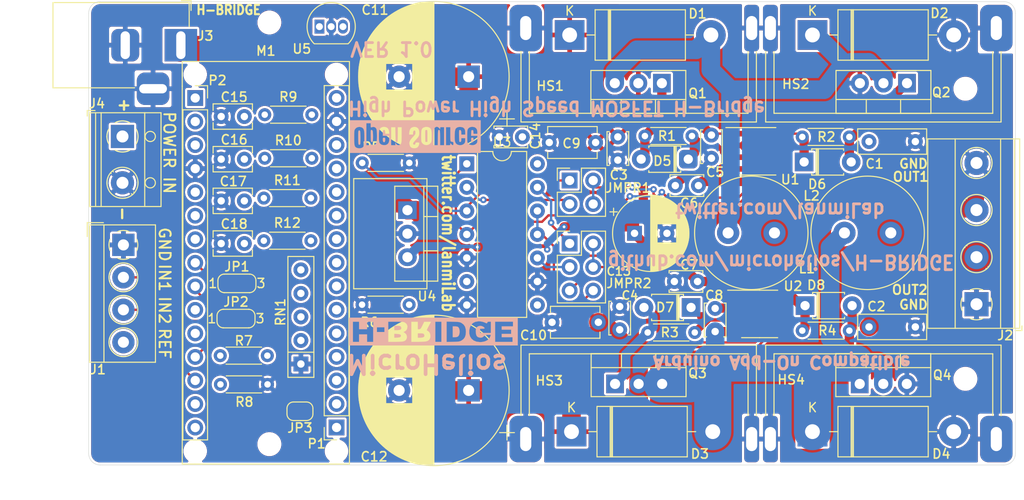
<source format=kicad_pcb>
(kicad_pcb (version 20171130) (host pcbnew "(5.1.5)-3")
  (layers (0 F.Cu signal) (31 B.Cu signal) (35 F.Paste user) (36 B.SilkS user) (37 F.SilkS user) (38 B.Mask user) (39 F.Mask user) (44 Edge.Cuts user))
  (net 0 "")
  (net 1 GND)
  (net 2 /VO1)
  (net 3 /VO2)
  (net 4 VD)
  (net 5 VDD)
  (net 6 /VOS1)
  (net 7 "Net-(C6-Pad1)")
  (net 8 /VOS2)
  (net 9 "Net-(C8-Pad1)")
  (net 10 VCC)
  (net 11 /VOF1)
  (net 12 /VOF2)
  (net 13 /VOSF1)
  (net 14 /VOSF2)
  (net 15 "Net-(D5-Pad2)")
  (net 16 "Net-(D5-Pad1)")
  (net 17 "Net-(D6-Pad2)")
  (net 18 "Net-(D6-Pad1)")
  (net 19 "Net-(D7-Pad2)")
  (net 20 "Net-(D7-Pad1)")
  (net 21 "Net-(D8-Pad2)")
  (net 22 "Net-(D8-Pad1)")
  (net 23 /PWM1)
  (net 24 /D9)
  (net 25 /PWM2)
  (net 26 /D10)
  (net 27 "Net-(J1-Pad4)")
  (net 28 "Net-(U1-Pad6)")
  (net 29 "Net-(JMPR1-Pad2)")
  (net 30 "Net-(JMPR2-Pad5)")
  (net 31 "Net-(JMPR2-Pad2)")
  (net 32 "Net-(U3-Pad6)")
  (net 33 "Net-(JMPR2-Pad6)")
  (net 34 "Net-(JMPR2-Pad3)")
  (net 35 "Net-(JMPR1-Pad3)")
  (net 36 "Net-(U3-Pad8)")
  (net 37 "Net-(JP1-Pad1)")
  (net 38 "Net-(JP2-Pad1)")
  (net 39 "Net-(JP3-Pad1)")
  (net 40 "Net-(P1-Pad13)")
  (net 41 "Net-(P1-Pad10)")
  (net 42 "Net-(P1-Pad9)")
  (net 43 "Net-(P1-Pad8)")
  (net 44 "Net-(P1-Pad4)")
  (net 45 "Net-(P1-Pad3)")
  (net 46 "Net-(P1-Pad1)")
  (net 47 "Net-(P2-Pad15)")
  (net 48 "Net-(P2-Pad14)")
  (net 49 "Net-(P2-Pad11)")
  (net 50 "Net-(P2-Pad10)")
  (net 51 "Net-(P2-Pad7)")
  (net 52 "Net-(P2-Pad6)")
  (net 53 "Net-(P2-Pad5)")
  (net 54 "Net-(P2-Pad3)")
  (net 55 "Net-(P2-Pad2)")
  (net 56 "Net-(P2-Pad1)")
  (module Logo:open-source (layer B.Cu) (at 142.8 88.65)
    (fp_text reference G*** hide)
    (fp_text value LOGO hide)
  )
  (module Logo:h-bridge_n (layer B.Cu) (at 144.6 109.45)
    (fp_text reference G*** hide)
    (fp_text value LOGO hide)
  )
  (module Connector_PinHeader_2.54mm:PinHeader_2x02_P2.54mm_Vertical (layer F.Cu) (at 159.4 93.05)
    (fp_text reference JMPR1 (at 6.3 0.8) (layer F.SilkS) (effects (font (thickness 0.17))))
    (fp_text value Conn_02x02_Odd_Even)
    (pad 4 thru_hole oval (at 2.54 2.54) (size 1.7 1.7) (drill 1) (layers *.Cu *.Mask) (net 29 "Net-(JMPR1-Pad2)"))
    (pad 3 thru_hole oval (at 0 2.54) (size 1.7 1.7) (drill 1) (layers *.Cu *.Mask) (net 35 "Net-(JMPR1-Pad3)"))
    (pad 2 thru_hole oval (at 2.54 0) (size 1.7 1.7) (drill 1) (layers *.Cu *.Mask) (net 29 "Net-(JMPR1-Pad2)"))
    (pad 1 thru_hole rect (at 0 0) (size 1.7 1.7) (drill 1) (layers *.Cu *.Mask) (net 23 /PWM1))
  )
  (module Package_DIP:DIP-14_W7.62mm (layer F.Cu) (at 148.3 91.25)
    (fp_text reference U3 (at 3.81 -2.33) (layer F.SilkS))
    (fp_text value SN74S04N)
    (pad 14 thru_hole oval (at 7.62 0) (size 1.6 1.6) (drill 0.8) (layers *.Cu *.Mask) (net 10 VCC))
    (pad 7 thru_hole oval (at 0 15.24) (size 1.6 1.6) (drill 0.8) (layers *.Cu *.Mask) (net 1 GND))
    (pad 13 thru_hole oval (at 7.62 2.54) (size 1.6 1.6) (drill 0.8) (layers *.Cu *.Mask) (net 25 /PWM2))
    (pad 6 thru_hole oval (at 0 12.7) (size 1.6 1.6) (drill 0.8) (layers *.Cu *.Mask) (net 32 "Net-(U3-Pad6)"))
    (pad 12 thru_hole oval (at 7.62 5.08) (size 1.6 1.6) (drill 0.8) (layers *.Cu *.Mask) (net 33 "Net-(JMPR2-Pad6)"))
    (pad 5 thru_hole oval (at 0 10.16) (size 1.6 1.6) (drill 0.8) (layers *.Cu *.Mask) (net 1 GND))
    (pad 11 thru_hole oval (at 7.62 7.62) (size 1.6 1.6) (drill 0.8) (layers *.Cu *.Mask) (net 33 "Net-(JMPR2-Pad6)"))
    (pad 4 thru_hole oval (at 0 7.62) (size 1.6 1.6) (drill 0.8) (layers *.Cu *.Mask) (net 28 "Net-(U1-Pad6)"))
    (pad 10 thru_hole oval (at 7.62 10.16) (size 1.6 1.6) (drill 0.8) (layers *.Cu *.Mask) (net 34 "Net-(JMPR2-Pad3)"))
    (pad 3 thru_hole oval (at 0 5.08) (size 1.6 1.6) (drill 0.8) (layers *.Cu *.Mask) (net 23 /PWM1))
    (pad 9 thru_hole oval (at 7.62 12.7) (size 1.6 1.6) (drill 0.8) (layers *.Cu *.Mask) (net 1 GND))
    (pad 2 thru_hole oval (at 0 2.54) (size 1.6 1.6) (drill 0.8) (layers *.Cu *.Mask) (net 35 "Net-(JMPR1-Pad3)"))
    (pad 8 thru_hole oval (at 7.62 15.24) (size 1.6 1.6) (drill 0.8) (layers *.Cu *.Mask) (net 36 "Net-(U3-Pad8)"))
    (pad 1 thru_hole rect (at 0 0) (size 1.6 1.6) (drill 0.8) (layers *.Cu *.Mask) (net 28 "Net-(U1-Pad6)"))
  )
  (module Inductor_THT:L_Radial_D12.0mm_P5.00mm_Neosid_SD12k_style2 (layer F.Cu) (at 189.05 98.7)
    (fp_text reference L2 (at -3.55 -4) (layer F.SilkS) (effects (font (thickness 0.17))))
    (fp_text value 4.7uH)
    (pad 2 thru_hole circle (at 5 0) (size 2.4 2.4) (drill 1.2) (layers *.Cu *.Mask) (net 3 /VO2))
    (pad 1 thru_hole circle (at 0 0) (size 2.4 2.4) (drill 1.2) (layers *.Cu *.Mask) (net 8 /VOS2))
  )
  (module Inductor_THT:L_Radial_D12.0mm_P5.00mm_Neosid_SD12k_style2 (layer F.Cu) (at 176.5 98.7)
    (fp_text reference L1 (at 8.5 3.85) (layer F.SilkS) (effects (font (thickness 0.17))))
    (fp_text value 4.7uH)
    (pad 2 thru_hole circle (at 5 0) (size 2.4 2.4) (drill 1.2) (layers *.Cu *.Mask) (net 2 /VO1))
    (pad 1 thru_hole circle (at 0 0) (size 2.4 2.4) (drill 1.2) (layers *.Cu *.Mask) (net 6 /VOS1))
  )
  (module MountingHole:MountingHole_2.1mm (layer F.Cu) (at 127 76)
    (fp_text reference H4 hide)
    (fp_text value MountingHole_Pad hide)
    (pad "" np_thru_hole circle (at 0 0) (size 2.1 2.1) (drill 2.1) (layers *.Cu *.Mask))
  )
  (module MountingHole:MountingHole_2.1mm (layer F.Cu) (at 127 121.5)
    (fp_text reference H3 hide)
    (fp_text value MountingHole_Pad)
    (pad "" np_thru_hole circle (at 0 0) (size 2.1 2.1) (drill 2.1) (layers *.Cu *.Mask))
  )
  (module MountingHole:MountingHole_2.1mm (layer F.Cu) (at 202.1 114.45)
    (fp_text reference H2 hide)
    (fp_text value MountingHole_Pad)
    (pad "" np_thru_hole circle (at 0 0) (size 2.1 2.1) (drill 2.1) (layers *.Cu *.Mask))
  )
  (module MountingHole:MountingHole_2.1mm (layer F.Cu) (at 202.1 83.15)
    (fp_text reference H1 hide)
    (fp_text value MountingHole_Pad hide)
    (pad "" np_thru_hole circle (at 0 0) (size 2.1 2.1) (drill 2.1) (layers *.Cu *.Mask))
  )
  (module Barrel_Jack:BarrelJack_Horizontal (layer F.Cu) (at 117.45 78.45)
    (fp_text reference J3 (at 2.65 -1) (layer F.SilkS) (effects (font (thickness 0.17))))
    (fp_text value Barrel_Jack_Switch)
    (pad 1 thru_hole rect (at 0 0) (size 3.5 3.5) (drill oval 1 3) (layers *.Cu *.Mask) (net 4 VD))
    (pad 2 thru_hole roundrect (at -6 0) (size 3 3.5) (drill oval 1 3) (layers *.Cu *.Mask) (net 1 GND))
    (pad 3 thru_hole roundrect (at -3 4.7) (size 3.5 3.5) (drill oval 3 1) (layers *.Cu *.Mask) (net 1 GND))
  )
  (module Module:Arduino_Nano_33_IoT_3D_NoPads (layer F.Cu) (at 119 84.15)
    (fp_text reference M1 (at 7.62 -5.08) (layer F.SilkS) (effects (font (thickness 0.17))))
    (fp_text value Arduino_Nano_v3.x_plug)
    (pad "" np_thru_hole circle (at 0 -2.54) (size 2.05 2.05) (drill 2.05) (layers *.Cu *.Mask))
    (pad "" np_thru_hole circle (at 15.24 -2.54) (size 2.05 2.05) (drill 2.05) (layers *.Cu *.Mask))
    (pad "" np_thru_hole circle (at 15.24 38.1) (size 2.05 2.05) (drill 2.05) (layers *.Cu *.Mask))
    (pad "" np_thru_hole circle (at 0 38.1) (size 2.05 2.05) (drill 2.05) (layers *.Cu *.Mask))
  )
  (module _Heatsink:Heatsink_AAVID_6021BG_25.4x12.7mm__Solderable (layer F.Cu) (at 193.25 120.95)
    (fp_text reference HS4 (at -9.95 -6.4) (layer F.SilkS) (effects (font (thickness 0.17))))
    (fp_text value Heatsink_Pad hide)
    (pad 1 thru_hole roundrect (at -12.19 0) (size 1.6 5) (drill oval 1.2 2.6) (layers *.Cu *.Mask) (net 1 GND))
    (pad 1 thru_hole roundrect (at 12.19 0) (size 3.5 5) (drill oval 1.2 2.6) (layers *.Cu *.Mask) (net 1 GND))
  )
  (module _Heatsink:Heatsink_AAVID_6021BG_25.4x12.7mm__Solderable (layer F.Cu) (at 166.85 120.95)
    (fp_text reference HS3 (at -9.65 -6.3) (layer F.SilkS) (effects (font (thickness 0.17))))
    (fp_text value Heatsink_Pad hide)
    (pad 1 thru_hole roundrect (at -12.19 0) (size 3.5 5) (drill oval 1.2 2.6) (layers *.Cu *.Mask) (net 1 GND))
    (pad 1 thru_hole roundrect (at 12.19 0) (size 1.6 5) (drill oval 1.2 2.6) (layers *.Cu *.Mask) (net 1 GND))
  )
  (module _Heatsink:Heatsink_AAVID_6021BG_25.4x12.7mm__Solderable (layer F.Cu) (at 166.85 76.6 180)
    (fp_text reference HS1 (at 9.55 -6.25) (layer F.SilkS) (effects (font (thickness 0.17))))
    (fp_text value Heatsink_Pad hide)
    (pad 1 thru_hole roundrect (at -12.19 0 180) (size 1.6 5) (drill oval 1.2 2.6) (layers *.Cu *.Mask) (net 1 GND))
    (pad 1 thru_hole roundrect (at 12.19 0 180) (size 3.5 5) (drill oval 1.2 2.6) (layers *.Cu *.Mask) (net 1 GND))
  )
  (module _Heatsink:Heatsink_AAVID_6021BG_25.4x12.7mm__Solderable (layer F.Cu) (at 193.25 76.6 180)
    (fp_text reference HS2 (at 9.45 -6.05) (layer F.SilkS) (effects (font (thickness 0.17))))
    (fp_text value Heatsink_Pad hide)
    (pad 1 thru_hole roundrect (at -12.19 0 180) (size 3.5 5) (drill oval 1.2 2.6) (layers *.Cu *.Mask) (net 1 GND))
    (pad 1 thru_hole roundrect (at 12.19 0 180) (size 1.6 5) (drill oval 1.2 2.6) (layers *.Cu *.Mask) (net 1 GND))
  )
  (module Capacitor_THT:C_Rect_L7.2mm_W2.5mm_P5.00mm_FKS2_FKP2_MKS2_MKP2 (layer F.Cu) (at 191.7 88.85)
    (fp_text reference C1 (at 0.6 2.4) (layer F.SilkS) (effects (font (thickness 0.17))))
    (fp_text value 220nF)
    (pad 2 thru_hole circle (at 5 0) (size 1.6 1.6) (drill 0.8) (layers *.Cu *.Mask) (net 1 GND))
    (pad 1 thru_hole circle (at 0 0) (size 1.6 1.6) (drill 0.8) (layers *.Cu *.Mask) (net 2 /VO1))
  )
  (module Capacitor_THT:C_Rect_L7.2mm_W2.5mm_P5.00mm_FKS2_FKP2_MKS2_MKP2 (layer F.Cu) (at 191.7 108.85)
    (fp_text reference C2 (at 0.8 -2.2) (layer F.SilkS) (effects (font (thickness 0.17))))
    (fp_text value 220nF)
    (pad 2 thru_hole circle (at 5 0) (size 1.6 1.6) (drill 0.8) (layers *.Cu *.Mask) (net 1 GND))
    (pad 1 thru_hole circle (at 0 0) (size 1.6 1.6) (drill 0.8) (layers *.Cu *.Mask) (net 3 /VO2))
  )
  (module Capacitor_THT:C_Disc_D3.4mm_W2.1mm_P2.50mm (layer F.Cu) (at 164.6 88.35 270)
    (fp_text reference C3 (at 4.1 -0.1) (layer F.SilkS) (effects (font (thickness 0.17))))
    (fp_text value 100nF/50V)
    (pad 2 thru_hole circle (at 2.5 0 270) (size 1.6 1.6) (drill 0.8) (layers *.Cu *.Mask) (net 1 GND))
    (pad 1 thru_hole circle (at 0 0 270) (size 1.6 1.6) (drill 0.8) (layers *.Cu *.Mask) (net 4 VD))
  )
  (module Capacitor_THT:C_Disc_D3.4mm_W2.1mm_P2.50mm (layer F.Cu) (at 164.8 109.15 90)
    (fp_text reference C4 (at 3.7 1.1 180) (layer F.SilkS) (effects (font (size 0.9 0.9) (thickness 0.17))))
    (fp_text value 100nF/50V)
    (pad 1 thru_hole circle (at 0 0 90) (size 1.6 1.6) (drill 0.8) (layers *.Cu *.Mask) (net 4 VD))
    (pad 2 thru_hole circle (at 2.5 0 90) (size 1.6 1.6) (drill 0.8) (layers *.Cu *.Mask) (net 1 GND))
  )
  (module Capacitor_THT:C_Disc_D3.4mm_W2.1mm_P2.50mm (layer F.Cu) (at 174.7 88.15 270)
    (fp_text reference C5 (at 4 -0.4 180) (layer F.SilkS) (effects (font (thickness 0.17))))
    (fp_text value 100nF/50V)
    (pad 2 thru_hole circle (at 2.5 0 270) (size 1.6 1.6) (drill 0.8) (layers *.Cu *.Mask) (net 1 GND))
    (pad 1 thru_hole circle (at 0 0 270) (size 1.6 1.6) (drill 0.8) (layers *.Cu *.Mask) (net 5 VDD))
  )
  (module Capacitor_THT:C_Disc_D3.4mm_W2.1mm_P2.50mm (layer F.Cu) (at 173.3 93.6 180)
    (fp_text reference C6 (at 1 -1.9) (layer F.SilkS) (effects (font (thickness 0.17))))
    (fp_text value 100nF/50V)
    (pad 2 thru_hole circle (at 2.5 0 180) (size 1.6 1.6) (drill 0.8) (layers *.Cu *.Mask) (net 6 /VOS1))
    (pad 1 thru_hole circle (at 0 0 180) (size 1.6 1.6) (drill 0.8) (layers *.Cu *.Mask) (net 7 "Net-(C6-Pad1)"))
  )
  (module Capacitor_THT:C_Disc_D3.4mm_W2.1mm_P2.50mm (layer F.Cu) (at 173.2 103.95 180)
    (fp_text reference C7 (at 0.9 1.8) (layer F.SilkS) (effects (font (thickness 0.17))))
    (fp_text value 100nF/50V)
    (pad 2 thru_hole circle (at 2.5 0 180) (size 1.6 1.6) (drill 0.8) (layers *.Cu *.Mask) (net 1 GND))
    (pad 1 thru_hole circle (at 0 0 180) (size 1.6 1.6) (drill 0.8) (layers *.Cu *.Mask) (net 5 VDD))
  )
  (module Capacitor_THT:C_Disc_D3.4mm_W2.1mm_P2.50mm (layer F.Cu) (at 175.1 106.85 270)
    (fp_text reference C8 (at -1.4 0.1 180) (layer F.SilkS) (effects (font (thickness 0.17))))
    (fp_text value 100nF/50V)
    (pad 2 thru_hole circle (at 2.5 0 270) (size 1.6 1.6) (drill 0.8) (layers *.Cu *.Mask) (net 8 /VOS2))
    (pad 1 thru_hole circle (at 0 0 270) (size 1.6 1.6) (drill 0.8) (layers *.Cu *.Mask) (net 9 "Net-(C8-Pad1)"))
  )
  (module Capacitor_THT:CP_Radial_D8.0mm_P3.50mm (layer F.Cu) (at 166.4 98.75)
    (fp_text reference C13 (at -1.7 4.1) (layer F.SilkS) (effects (font (size 0.9 0.9) (thickness 0.17))))
    (fp_text value 100uF/63V)
    (pad 2 thru_hole circle (at 3.5 0) (size 1.6 1.6) (drill 0.8) (layers *.Cu *.Mask) (net 1 GND))
    (pad 1 thru_hole rect (at 0 0) (size 1.6 1.6) (drill 0.8) (layers *.Cu *.Mask) (net 5 VDD))
  )
  (module Capacitor_THT:C_Disc_D3.4mm_W2.1mm_P2.50mm (layer F.Cu) (at 154.3 88.35 180)
    (fp_text reference C14 (at -1.4 0.1 90) (layer F.SilkS) (effects (font (thickness 0.17))))
    (fp_text value 100nF/50V)
    (pad 2 thru_hole circle (at 2.5 0 180) (size 1.6 1.6) (drill 0.8) (layers *.Cu *.Mask) (net 1 GND))
    (pad 1 thru_hole circle (at 0 0 180) (size 1.6 1.6) (drill 0.8) (layers *.Cu *.Mask) (net 10 VCC))
  )
  (module Capacitor_THT:C_Rect_L4.0mm_W2.5mm_P2.50mm (layer F.Cu) (at 124.3 86.15 180)
    (fp_text reference C15 (at 1.1 2.1) (layer F.SilkS) (effects (font (thickness 0.17))))
    (fp_text value 1.8nF)
    (pad 2 thru_hole circle (at 2.5 0 180) (size 1.6 1.6) (drill 0.8) (layers *.Cu *.Mask) (net 1 GND))
    (pad 1 thru_hole circle (at 0 0 180) (size 1.6 1.6) (drill 0.8) (layers *.Cu *.Mask) (net 11 /VOF1))
  )
  (module Capacitor_THT:C_Rect_L4.0mm_W2.5mm_P2.50mm (layer F.Cu) (at 124.3 90.75 180)
    (fp_text reference C16 (at 1.1 2.1) (layer F.SilkS) (effects (font (thickness 0.17))))
    (fp_text value 1.8nF)
    (pad 2 thru_hole circle (at 2.5 0 180) (size 1.6 1.6) (drill 0.8) (layers *.Cu *.Mask) (net 1 GND))
    (pad 1 thru_hole circle (at 0 0 180) (size 1.6 1.6) (drill 0.8) (layers *.Cu *.Mask) (net 12 /VOF2))
  )
  (module Capacitor_THT:C_Rect_L4.0mm_W2.5mm_P2.50mm (layer F.Cu) (at 124.3 95.25 180)
    (fp_text reference C17 (at 1.2 2.1) (layer F.SilkS) (effects (font (thickness 0.17))))
    (fp_text value 1.8nF)
    (pad 2 thru_hole circle (at 2.5 0 180) (size 1.6 1.6) (drill 0.8) (layers *.Cu *.Mask) (net 1 GND))
    (pad 1 thru_hole circle (at 0 0 180) (size 1.6 1.6) (drill 0.8) (layers *.Cu *.Mask) (net 13 /VOSF1))
  )
  (module Capacitor_THT:C_Rect_L4.0mm_W2.5mm_P2.50mm (layer F.Cu) (at 124.3 99.85 180)
    (fp_text reference C18 (at 1.1 2.1) (layer F.SilkS) (effects (font (thickness 0.17))))
    (fp_text value 1.8nF)
    (pad 2 thru_hole circle (at 2.5 0 180) (size 1.6 1.6) (drill 0.8) (layers *.Cu *.Mask) (net 1 GND))
    (pad 1 thru_hole circle (at 0 0 180) (size 1.6 1.6) (drill 0.8) (layers *.Cu *.Mask) (net 14 /VOSF2))
  )
  (module Diode_THT:D_DO-201AD_P15.24mm_Horizontal (layer F.Cu) (at 159.4 77.35)
    (fp_text reference D1 (at 13.8 -2.3) (layer F.SilkS) (effects (font (thickness 0.17))))
    (fp_text value MBR360)
    (fp_text user K (at 0 -2.6) (layer F.SilkS))
    (pad 2 thru_hole oval (at 15.24 0) (size 3.2 3.2) (drill 1.6) (layers *.Cu *.Mask) (net 6 /VOS1))
    (pad 1 thru_hole rect (at 0 0) (size 3.2 3.2) (drill 1.6) (layers *.Cu *.Mask) (net 4 VD))
  )
  (module Diode_THT:D_DO-201AD_P15.24mm_Horizontal (layer F.Cu) (at 185.6 77.35)
    (fp_text reference D2 (at 13.7 -2.35) (layer F.SilkS) (effects (font (thickness 0.17))))
    (fp_text value MBR360)
    (fp_text user K (at 0 -2.6) (layer F.SilkS))
    (pad 2 thru_hole oval (at 15.24 0) (size 3.2 3.2) (drill 1.6) (layers *.Cu *.Mask) (net 1 GND))
    (pad 1 thru_hole rect (at 0 0) (size 3.2 3.2) (drill 1.6) (layers *.Cu *.Mask) (net 6 /VOS1))
  )
  (module Diode_THT:D_DO-201AD_P15.24mm_Horizontal (layer F.Cu) (at 159.6 120.15)
    (fp_text reference D3 (at 13.85 2.4) (layer F.SilkS) (effects (font (thickness 0.17))))
    (fp_text value MBR360)
    (fp_text user K (at 0 -2.6) (layer F.SilkS))
    (pad 2 thru_hole oval (at 15.24 0) (size 3.2 3.2) (drill 1.6) (layers *.Cu *.Mask) (net 8 /VOS2))
    (pad 1 thru_hole rect (at 0 0) (size 3.2 3.2) (drill 1.6) (layers *.Cu *.Mask) (net 4 VD))
  )
  (module Diode_THT:D_DO-201AD_P15.24mm_Horizontal (layer F.Cu) (at 185.6 120.15)
    (fp_text reference D4 (at 13.9 2.4) (layer F.SilkS) (effects (font (thickness 0.17))))
    (fp_text value MBR360)
    (fp_text user K (at 0 -2.6) (layer F.SilkS))
    (pad 2 thru_hole oval (at 15.24 0) (size 3.2 3.2) (drill 1.6) (layers *.Cu *.Mask) (net 1 GND))
    (pad 1 thru_hole rect (at 0 0) (size 3.2 3.2) (drill 1.6) (layers *.Cu *.Mask) (net 8 /VOS2))
  )
  (module Diode_THT:D_T-1_P5.08mm_Horizontal (layer F.Cu) (at 172.2 90.75 180)
    (fp_text reference D5 (at 2.8 -0.2) (layer F.SilkS) (effects (font (thickness 0.17))))
    (fp_text value D_Schottky_Small)
    (pad 2 thru_hole oval (at 5.08 0 180) (size 2 2) (drill 1) (layers *.Cu *.Mask) (net 15 "Net-(D5-Pad2)"))
    (pad 1 thru_hole roundrect (at 0 0 180) (size 2 2) (drill 1) (layers *.Cu *.Mask) (net 16 "Net-(D5-Pad1)"))
  )
  (module Diode_THT:D_T-1_P5.08mm_Horizontal (layer F.Cu) (at 184.7 91.05)
    (fp_text reference D6 (at 1.4 2.4) (layer F.SilkS) (effects (font (thickness 0.17))))
    (fp_text value D_Schottky_Small)
    (pad 2 thru_hole oval (at 5.08 0) (size 2 2) (drill 1) (layers *.Cu *.Mask) (net 17 "Net-(D6-Pad2)"))
    (pad 1 thru_hole rect (at 0 0) (size 2 2) (drill 1) (layers *.Cu *.Mask) (net 18 "Net-(D6-Pad1)"))
  )
  (module Diode_THT:D_T-1_P5.08mm_Horizontal (layer F.Cu) (at 172.5 106.75 180)
    (fp_text reference D7 (at 2.8 0) (layer F.SilkS) (effects (font (thickness 0.17))))
    (fp_text value D_Schottky_Small)
    (pad 2 thru_hole oval (at 5.08 0 180) (size 2 2) (drill 1) (layers *.Cu *.Mask) (net 19 "Net-(D7-Pad2)"))
    (pad 1 thru_hole rect (at 0 0 180) (size 2 2) (drill 1) (layers *.Cu *.Mask) (net 20 "Net-(D7-Pad1)"))
  )
  (module Diode_THT:D_T-1_P5.08mm_Horizontal (layer F.Cu) (at 184.8 106.55)
    (fp_text reference D8 (at 1.2 -2.2) (layer F.SilkS) (effects (font (thickness 0.17))))
    (fp_text value D_Schottky_Small)
    (pad 2 thru_hole oval (at 5.08 0) (size 2 2) (drill 1) (layers *.Cu *.Mask) (net 21 "Net-(D8-Pad2)"))
    (pad 1 thru_hole rect (at 0 0) (size 2 2) (drill 1) (layers *.Cu *.Mask) (net 22 "Net-(D8-Pad1)"))
  )
  (module TerminalBlock_RND:TerminalBlock_RND_205-00012_1x02_P5.00mm_Horizontal (layer F.Cu) (at 111.15 88.3 270)
    (fp_text reference J4 (at -3.55 2.75 180) (layer F.SilkS) (effects (font (thickness 0.17))))
    (fp_text value Screw_Terminal_01x02)
    (pad 2 thru_hole circle (at 5 0 270) (size 2.5 2.5) (drill 1.3) (layers *.Cu *.Mask) (net 1 GND))
    (pad 1 thru_hole rect (at 0 0 270) (size 2.5 2.5) (drill 1.3) (layers *.Cu *.Mask) (net 4 VD))
  )
  (module Jumper:SolderJumper-3_P1.3mm_Bridged12_RoundedPad1.0x1.5mm_NumberLabels (layer F.Cu) (at 123.5 104.15)
    (fp_text reference JP1 (at 0 -1.8) (layer F.SilkS) (effects (font (thickness 0.17))))
    (fp_text value SolderJumper_3_Bridged12)
    (fp_poly (pts (xy -0.9 -0.3) (xy -0.4 -0.3) (xy -0.4 0.3) (xy -0.9 0.3)) (layer F.Cu) (width 0))
    (fp_text user 1 (at -2.6 0) (layer F.SilkS))
    (fp_text user 3 (at 2.6 0) (layer F.SilkS))
    (pad 1 smd custom (at -1.3 0) (size 1 0.5) (layers F.Cu F.Mask) (net 37 "Net-(JP1-Pad1)") (options (clearance outline) (anchor rect)) (primitives (gr_poly (pts (xy 0.55 -0.75) (xy 0 -0.75) (xy 0 0.75) (xy 0.55 0.75)) (width 0)) (gr_circle (center 0 0.25) (end 0.5 0.25) (width 0)) (gr_circle (center 0 -0.25) (end 0.5 -0.25) (width 0))))
    (pad 2 smd rect (at 0 0) (size 1 1.5) (layers F.Cu F.Mask) (net 23 /PWM1))
    (pad 3 smd custom (at 1.3 0) (size 1 0.5) (layers F.Cu F.Mask) (net 24 /D9) (options (clearance outline) (anchor rect)) (primitives (gr_circle (center 0 0.25) (end 0.5 0.25) (width 0)) (gr_circle (center 0 -0.25) (end 0.5 -0.25) (width 0)) (gr_poly (pts (xy -0.55 -0.75) (xy 0 -0.75) (xy 0 0.75) (xy -0.55 0.75)) (width 0))))
  )
  (module Jumper:SolderJumper-3_P1.3mm_Bridged12_RoundedPad1.0x1.5mm_NumberLabels (layer F.Cu) (at 123.4 107.95)
    (fp_text reference JP2 (at 0 -1.8) (layer F.SilkS) (effects (font (thickness 0.17))))
    (fp_text value SolderJumper_3_Bridged12)
    (fp_poly (pts (xy -0.9 -0.3) (xy -0.4 -0.3) (xy -0.4 0.3) (xy -0.9 0.3)) (layer F.Cu) (width 0))
    (fp_text user 1 (at -2.6 0) (layer F.SilkS))
    (fp_text user 3 (at 2.6 0) (layer F.SilkS))
    (pad 1 smd custom (at -1.3 0) (size 1 0.5) (layers F.Cu F.Mask) (net 38 "Net-(JP2-Pad1)") (options (clearance outline) (anchor rect)) (primitives (gr_poly (pts (xy 0.55 -0.75) (xy 0 -0.75) (xy 0 0.75) (xy 0.55 0.75)) (width 0)) (gr_circle (center 0 0.25) (end 0.5 0.25) (width 0)) (gr_circle (center 0 -0.25) (end 0.5 -0.25) (width 0))))
    (pad 2 smd rect (at 0 0) (size 1 1.5) (layers F.Cu F.Mask) (net 25 /PWM2))
    (pad 3 smd custom (at 1.3 0) (size 1 0.5) (layers F.Cu F.Mask) (net 26 /D10) (options (clearance outline) (anchor rect)) (primitives (gr_circle (center 0 0.25) (end 0.5 0.25) (width 0)) (gr_circle (center 0 -0.25) (end 0.5 -0.25) (width 0)) (gr_poly (pts (xy -0.55 -0.75) (xy 0 -0.75) (xy 0 0.75) (xy -0.55 0.75)) (width 0))))
  )
  (module Jumper:SolderJumper-2_P1.3mm_Open_RoundedPad1.0x1.5mm (layer F.Cu) (at 130.3 117.95 180)
    (fp_text reference JP3 (at 0 -1.8) (layer F.SilkS) (effects (font (thickness 0.17))))
    (fp_text value Jumper_NO_Small)
    (pad 2 smd custom (at 0.65 0 180) (size 1 0.5) (layers F.Cu F.Mask) (net 10 VCC) (options (clearance outline) (anchor rect)) (primitives (gr_circle (center 0 0.25) (end 0.5 0.25) (width 0)) (gr_circle (center 0 -0.25) (end 0.5 -0.25) (width 0)) (gr_poly (pts (xy 0 -0.75) (xy -0.5 -0.75) (xy -0.5 0.75) (xy 0 0.75)) (width 0))))
    (pad 1 smd custom (at -0.65 0 180) (size 1 0.5) (layers F.Cu F.Mask) (net 39 "Net-(JP3-Pad1)") (options (clearance outline) (anchor rect)) (primitives (gr_circle (center 0 0.25) (end 0.5 0.25) (width 0)) (gr_circle (center 0 -0.25) (end 0.5 -0.25) (width 0)) (gr_poly (pts (xy 0 -0.75) (xy 0.5 -0.75) (xy 0.5 0.75) (xy 0 0.75)) (width 0))))
  )
  (module Package_TO_SOT_THT:TO-220-3_Vertical (layer F.Cu) (at 169.35 82.55 180)
    (fp_text reference Q1 (at -3.85 -1.1) (layer F.SilkS) (effects (font (thickness 0.17))))
    (fp_text value STP25N10F7)
    (pad 3 thru_hole oval (at 5.08 0 180) (size 1.905 2) (drill 1.1) (layers *.Cu *.Mask) (net 6 /VOS1))
    (pad 2 thru_hole oval (at 2.54 0 180) (size 1.905 2) (drill 1.1) (layers *.Cu *.Mask) (net 4 VD))
    (pad 1 thru_hole rect (at 0 0 180) (size 1.905 2) (drill 1.1) (layers *.Cu *.Mask) (net 15 "Net-(D5-Pad2)"))
  )
  (module Package_TO_SOT_THT:TO-220-3_Vertical (layer F.Cu) (at 195.8 82.55 180)
    (fp_text reference Q2 (at -3.7 -1) (layer F.SilkS) (effects (font (thickness 0.17))))
    (fp_text value STP25N10F7)
    (pad 3 thru_hole oval (at 5.08 0 180) (size 1.905 2) (drill 1.1) (layers *.Cu *.Mask) (net 1 GND))
    (pad 2 thru_hole oval (at 2.54 0 180) (size 1.905 2) (drill 1.1) (layers *.Cu *.Mask) (net 6 /VOS1))
    (pad 1 thru_hole rect (at 0 0 180) (size 1.905 2) (drill 1.1) (layers *.Cu *.Mask) (net 17 "Net-(D6-Pad2)"))
  )
  (module Package_TO_SOT_THT:TO-220-3_Vertical (layer F.Cu) (at 164.3 115)
    (fp_text reference Q3 (at 8.9 -1.15) (layer F.SilkS) (effects (font (thickness 0.17))))
    (fp_text value STP25N10F7)
    (pad 3 thru_hole oval (at 5.08 0) (size 1.905 2) (drill 1.1) (layers *.Cu *.Mask) (net 8 /VOS2))
    (pad 2 thru_hole oval (at 2.54 0) (size 1.905 2) (drill 1.1) (layers *.Cu *.Mask) (net 4 VD))
    (pad 1 thru_hole rect (at 0 0) (size 1.905 2) (drill 1.1) (layers *.Cu *.Mask) (net 19 "Net-(D7-Pad2)"))
  )
  (module Package_TO_SOT_THT:TO-220-3_Vertical (layer F.Cu) (at 190.7 115)
    (fp_text reference Q4 (at 8.9 -0.95) (layer F.SilkS) (effects (font (thickness 0.17))))
    (fp_text value STP25N10F7)
    (pad 1 thru_hole rect (at 0 0) (size 1.905 2) (drill 1.1) (layers *.Cu *.Mask) (net 21 "Net-(D8-Pad2)"))
    (pad 2 thru_hole oval (at 2.54 0) (size 1.905 2) (drill 1.1) (layers *.Cu *.Mask) (net 8 /VOS2))
    (pad 3 thru_hole oval (at 5.08 0) (size 1.905 2) (drill 1.1) (layers *.Cu *.Mask) (net 1 GND))
  )
  (module Resistor_THT:R_Axial_DIN0204_L3.6mm_D1.6mm_P5.08mm_Horizontal (layer F.Cu) (at 172.6 88.25 180)
    (fp_text reference R1 (at 2.7 0) (layer F.SilkS) (effects (font (thickness 0.17))))
    (fp_text value 4R7)
    (pad 2 thru_hole oval (at 5.08 0 180) (size 1.4 1.4) (drill 0.7) (layers *.Cu *.Mask) (net 15 "Net-(D5-Pad2)"))
    (pad 1 thru_hole circle (at 0 0 180) (size 1.4 1.4) (drill 0.7) (layers *.Cu *.Mask) (net 16 "Net-(D5-Pad1)"))
  )
  (module Resistor_THT:R_Axial_DIN0204_L3.6mm_D1.6mm_P5.08mm_Horizontal (layer F.Cu) (at 184.5 88.35)
    (fp_text reference R2 (at 2.6 0) (layer F.SilkS) (effects (font (thickness 0.17))))
    (fp_text value 4R7)
    (pad 2 thru_hole oval (at 5.08 0) (size 1.4 1.4) (drill 0.7) (layers *.Cu *.Mask) (net 17 "Net-(D6-Pad2)"))
    (pad 1 thru_hole circle (at 0 0) (size 1.4 1.4) (drill 0.7) (layers *.Cu *.Mask) (net 18 "Net-(D6-Pad1)"))
  )
  (module Resistor_THT:R_Axial_DIN0204_L3.6mm_D1.6mm_P5.08mm_Horizontal (layer F.Cu) (at 172.9 109.45 180)
    (fp_text reference R3 (at 2.7 0) (layer F.SilkS) (effects (font (thickness 0.17))))
    (fp_text value 4R7)
    (pad 2 thru_hole oval (at 5.08 0 180) (size 1.4 1.4) (drill 0.7) (layers *.Cu *.Mask) (net 19 "Net-(D7-Pad2)"))
    (pad 1 thru_hole circle (at 0 0 180) (size 1.4 1.4) (drill 0.7) (layers *.Cu *.Mask) (net 20 "Net-(D7-Pad1)"))
  )
  (module Resistor_THT:R_Axial_DIN0204_L3.6mm_D1.6mm_P5.08mm_Horizontal (layer F.Cu) (at 184.5 109.25)
    (fp_text reference R4 (at 2.7 0) (layer F.SilkS) (effects (font (thickness 0.17))))
    (fp_text value 4R7)
    (pad 2 thru_hole oval (at 5.08 0) (size 1.4 1.4) (drill 0.7) (layers *.Cu *.Mask) (net 21 "Net-(D8-Pad2)"))
    (pad 1 thru_hole circle (at 0 0) (size 1.4 1.4) (drill 0.7) (layers *.Cu *.Mask) (net 22 "Net-(D8-Pad1)"))
  )
  (module Resistor_THT:R_Axial_DIN0204_L3.6mm_D1.6mm_P5.08mm_Horizontal (layer F.Cu) (at 142.1 91.15 180)
    (fp_text reference R5 (at 4.1 1.7) (layer F.SilkS) (effects (font (thickness 0.17))))
    (fp_text value 47K)
    (pad 2 thru_hole oval (at 5.08 0 180) (size 1.4 1.4) (drill 0.7) (layers *.Cu *.Mask) (net 23 /PWM1))
    (pad 1 thru_hole circle (at 0 0 180) (size 1.4 1.4) (drill 0.7) (layers *.Cu *.Mask) (net 1 GND))
  )
  (module Resistor_THT:R_Axial_DIN0204_L3.6mm_D1.6mm_P5.08mm_Horizontal (layer F.Cu) (at 137 106.45)
    (fp_text reference R6 (at 0.8 1.9) (layer F.SilkS) (effects (font (thickness 0.17))))
    (fp_text value 47K)
    (pad 2 thru_hole oval (at 5.08 0) (size 1.4 1.4) (drill 0.7) (layers *.Cu *.Mask) (net 25 /PWM2))
    (pad 1 thru_hole circle (at 0 0) (size 1.4 1.4) (drill 0.7) (layers *.Cu *.Mask) (net 1 GND))
  )
  (module Resistor_THT:R_Axial_DIN0204_L3.6mm_D1.6mm_P5.08mm_Horizontal (layer F.Cu) (at 121.7 111.95)
    (fp_text reference R7 (at 2.54 -1.6) (layer F.SilkS) (effects (font (thickness 0.17))))
    (fp_text value "4K7 (N.P.)")
    (pad 2 thru_hole oval (at 5.08 0) (size 1.4 1.4) (drill 0.7) (layers *.Cu *.Mask) (net 10 VCC))
    (pad 1 thru_hole circle (at 0 0) (size 1.4 1.4) (drill 0.7) (layers *.Cu *.Mask) (net 27 "Net-(J1-Pad4)"))
  )
  (module Resistor_THT:R_Axial_DIN0204_L3.6mm_D1.6mm_P5.08mm_Horizontal (layer F.Cu) (at 126.8 115.05 180)
    (fp_text reference R8 (at 2.5 -1.9) (layer F.SilkS) (effects (font (thickness 0.17))))
    (fp_text value 0R)
    (pad 2 thru_hole oval (at 5.08 0 180) (size 1.4 1.4) (drill 0.7) (layers *.Cu *.Mask) (net 27 "Net-(J1-Pad4)"))
    (pad 1 thru_hole circle (at 0 0 180) (size 1.4 1.4) (drill 0.7) (layers *.Cu *.Mask) (net 1 GND))
  )
  (module Resistor_THT:R_Axial_DIN0204_L3.6mm_D1.6mm_P5.08mm_Horizontal (layer F.Cu) (at 126.5 85.95)
    (fp_text reference R9 (at 2.54 -1.92) (layer F.SilkS) (effects (font (thickness 0.17))))
    (fp_text value 47K)
    (pad 2 thru_hole oval (at 5.08 0) (size 1.4 1.4) (drill 0.7) (layers *.Cu *.Mask) (net 2 /VO1))
    (pad 1 thru_hole circle (at 0 0) (size 1.4 1.4) (drill 0.7) (layers *.Cu *.Mask) (net 11 /VOF1))
  )
  (module Resistor_THT:R_Axial_DIN0204_L3.6mm_D1.6mm_P5.08mm_Horizontal (layer F.Cu) (at 126.5 90.65)
    (fp_text reference R10 (at 2.54 -1.92) (layer F.SilkS) (effects (font (thickness 0.17))))
    (fp_text value 47K)
    (pad 2 thru_hole oval (at 5.08 0) (size 1.4 1.4) (drill 0.7) (layers *.Cu *.Mask) (net 3 /VO2))
    (pad 1 thru_hole circle (at 0 0) (size 1.4 1.4) (drill 0.7) (layers *.Cu *.Mask) (net 12 /VOF2))
  )
  (module Resistor_THT:R_Axial_DIN0204_L3.6mm_D1.6mm_P5.08mm_Horizontal (layer F.Cu) (at 126.4 94.95)
    (fp_text reference R11 (at 2.54 -1.92) (layer F.SilkS) (effects (font (thickness 0.17))))
    (fp_text value 47K)
    (pad 2 thru_hole oval (at 5.08 0) (size 1.4 1.4) (drill 0.7) (layers *.Cu *.Mask) (net 6 /VOS1))
    (pad 1 thru_hole circle (at 0 0) (size 1.4 1.4) (drill 0.7) (layers *.Cu *.Mask) (net 13 /VOSF1))
  )
  (module Resistor_THT:R_Axial_DIN0204_L3.6mm_D1.6mm_P5.08mm_Horizontal (layer F.Cu) (at 126.4 99.55)
    (fp_text reference R12 (at 2.54 -1.92) (layer F.SilkS) (effects (font (thickness 0.17))))
    (fp_text value 47K)
    (pad 2 thru_hole oval (at 5.08 0) (size 1.4 1.4) (drill 0.7) (layers *.Cu *.Mask) (net 8 /VOS2))
    (pad 1 thru_hole circle (at 0 0) (size 1.4 1.4) (drill 0.7) (layers *.Cu *.Mask) (net 14 /VOSF2))
  )
  (module Resistor_THT:R_Array_SIP5 (layer F.Cu) (at 130.4 112.85 90)
    (fp_text reference RN1 (at 5.6 -2.2 90) (layer F.SilkS) (effects (font (thickness 0.17))))
    (fp_text value 3K3)
    (pad 5 thru_hole oval (at 10.16 0 90) (size 1.6 1.6) (drill 0.8) (layers *.Cu *.Mask) (net 11 /VOF1))
    (pad 4 thru_hole oval (at 7.62 0 90) (size 1.6 1.6) (drill 0.8) (layers *.Cu *.Mask) (net 12 /VOF2))
    (pad 3 thru_hole oval (at 5.08 0 90) (size 1.6 1.6) (drill 0.8) (layers *.Cu *.Mask) (net 13 /VOSF1))
    (pad 2 thru_hole oval (at 2.54 0 90) (size 1.6 1.6) (drill 0.8) (layers *.Cu *.Mask) (net 14 /VOSF2))
    (pad 1 thru_hole rect (at 0 0 90) (size 1.6 1.6) (drill 0.8) (layers *.Cu *.Mask) (net 1 GND))
  )
  (module Package_SO:SOIC-8_3.9x4.9mm_P1.27mm (layer F.Cu) (at 179.7 89.9)
    (fp_text reference U1 (at 3.5 3.05) (layer F.SilkS) (effects (font (thickness 0.17))))
    (fp_text value HIP2101_SOIC)
    (pad 8 smd roundrect (at 2.475 -1.905) (size 1.95 0.6) (layers F.Cu F.Paste F.Mask) (net 18 "Net-(D6-Pad1)"))
    (pad 7 smd roundrect (at 2.475 -0.635) (size 1.95 0.6) (layers F.Cu F.Paste F.Mask) (net 1 GND))
    (pad 6 smd roundrect (at 2.475 0.635) (size 1.95 0.6) (layers F.Cu F.Paste F.Mask) (net 28 "Net-(U1-Pad6)"))
    (pad 5 smd roundrect (at 2.475 1.905) (size 1.95 0.6) (layers F.Cu F.Paste F.Mask) (net 29 "Net-(JMPR1-Pad2)"))
    (pad 4 smd roundrect (at -2.475 1.905) (size 1.95 0.6) (layers F.Cu F.Paste F.Mask) (net 6 /VOS1))
    (pad 3 smd roundrect (at -2.475 0.635) (size 1.95 0.6) (layers F.Cu F.Paste F.Mask) (net 16 "Net-(D5-Pad1)"))
    (pad 2 smd roundrect (at -2.475 -0.635) (size 1.95 0.6) (layers F.Cu F.Paste F.Mask) (net 7 "Net-(C6-Pad1)"))
    (pad 1 smd roundrect (at -2.475 -1.905) (size 1.95 0.6) (layers F.Cu F.Paste F.Mask) (net 5 VDD))
  )
  (module Package_SO:SOIC-8_3.9x4.9mm_P1.27mm (layer F.Cu) (at 179.9 107.45)
    (fp_text reference U2 (at 3.6 -3) (layer F.SilkS) (effects (font (thickness 0.17))))
    (fp_text value HIP2101_SOIC)
    (pad 8 smd roundrect (at 2.475 -1.905) (size 1.95 0.6) (layers F.Cu F.Paste F.Mask) (net 22 "Net-(D8-Pad1)"))
    (pad 7 smd roundrect (at 2.475 -0.635) (size 1.95 0.6) (layers F.Cu F.Paste F.Mask) (net 1 GND))
    (pad 6 smd roundrect (at 2.475 0.635) (size 1.95 0.6) (layers F.Cu F.Paste F.Mask) (net 30 "Net-(JMPR2-Pad5)"))
    (pad 5 smd roundrect (at 2.475 1.905) (size 1.95 0.6) (layers F.Cu F.Paste F.Mask) (net 31 "Net-(JMPR2-Pad2)"))
    (pad 4 smd roundrect (at -2.475 1.905) (size 1.95 0.6) (layers F.Cu F.Paste F.Mask) (net 8 /VOS2))
    (pad 3 smd roundrect (at -2.475 0.635) (size 1.95 0.6) (layers F.Cu F.Paste F.Mask) (net 20 "Net-(D7-Pad1)"))
    (pad 2 smd roundrect (at -2.475 -0.635) (size 1.95 0.6) (layers F.Cu F.Paste F.Mask) (net 9 "Net-(C8-Pad1)"))
    (pad 1 smd roundrect (at -2.475 -1.905) (size 1.95 0.6) (layers F.Cu F.Paste F.Mask) (net 5 VDD))
  )
  (module Package_TO_SOT_THT:TO-92_Inline (layer F.Cu) (at 132.4 76.45)
    (fp_text reference U5 (at -1.9 2.4) (layer F.SilkS) (effects (font (thickness 0.17))))
    (fp_text value LM78L05_TO92)
    (pad 1 thru_hole rect (at 0 0) (size 1.05 1.5) (drill 0.75) (layers *.Cu *.Mask) (net 10 VCC))
    (pad 3 thru_hole oval (at 2.54 0) (size 1.05 1.5) (drill 0.75) (layers *.Cu *.Mask) (net 5 VDD))
    (pad 2 thru_hole oval (at 1.27 0) (size 1.05 1.5) (drill 0.75) (layers *.Cu *.Mask) (net 1 GND))
  )
  (module Connector_PinSocket_2.54mm:PinSocket_1x15_P2.54mm_Vertical (layer F.Cu) (at 119 84.15)
    (fp_text reference P2 (at 2.4 -1.9) (layer F.SilkS) (effects (font (thickness 0.17))))
    (fp_text value Conn_01x15)
    (pad 15 thru_hole oval (at 0 35.56) (size 1.7 1.7) (drill 1) (layers *.Cu *.Mask) (net 47 "Net-(P2-Pad15)"))
    (pad 14 thru_hole oval (at 0 33.02) (size 1.7 1.7) (drill 1) (layers *.Cu *.Mask) (net 48 "Net-(P2-Pad14)"))
    (pad 13 thru_hole oval (at 0 30.48) (size 1.7 1.7) (drill 1) (layers *.Cu *.Mask) (net 26 /D10))
    (pad 12 thru_hole oval (at 0 27.94) (size 1.7 1.7) (drill 1) (layers *.Cu *.Mask) (net 24 /D9))
    (pad 11 thru_hole oval (at 0 25.4) (size 1.7 1.7) (drill 1) (layers *.Cu *.Mask) (net 49 "Net-(P2-Pad11)"))
    (pad 10 thru_hole oval (at 0 22.86) (size 1.7 1.7) (drill 1) (layers *.Cu *.Mask) (net 50 "Net-(P2-Pad10)"))
    (pad 9 thru_hole oval (at 0 20.32) (size 1.7 1.7) (drill 1) (layers *.Cu *.Mask) (net 38 "Net-(JP2-Pad1)"))
    (pad 8 thru_hole oval (at 0 17.78) (size 1.7 1.7) (drill 1) (layers *.Cu *.Mask) (net 37 "Net-(JP1-Pad1)"))
    (pad 7 thru_hole oval (at 0 15.24) (size 1.7 1.7) (drill 1) (layers *.Cu *.Mask) (net 51 "Net-(P2-Pad7)"))
    (pad 6 thru_hole oval (at 0 12.7) (size 1.7 1.7) (drill 1) (layers *.Cu *.Mask) (net 52 "Net-(P2-Pad6)"))
    (pad 5 thru_hole oval (at 0 10.16) (size 1.7 1.7) (drill 1) (layers *.Cu *.Mask) (net 53 "Net-(P2-Pad5)"))
    (pad 4 thru_hole oval (at 0 7.62) (size 1.7 1.7) (drill 1) (layers *.Cu *.Mask) (net 1 GND))
    (pad 3 thru_hole oval (at 0 5.08) (size 1.7 1.7) (drill 1) (layers *.Cu *.Mask) (net 54 "Net-(P2-Pad3)"))
    (pad 2 thru_hole oval (at 0 2.54) (size 1.7 1.7) (drill 1) (layers *.Cu *.Mask) (net 55 "Net-(P2-Pad2)"))
    (pad 1 thru_hole rect (at 0 0) (size 1.7 1.7) (drill 1) (layers *.Cu *.Mask) (net 56 "Net-(P2-Pad1)"))
  )
  (module Connector_PinSocket_2.54mm:PinSocket_1x15_P2.54mm_Vertical (layer F.Cu) (at 134.25 119.7 180)
    (fp_text reference P1 (at 2.15 -1.75) (layer F.SilkS) (effects (font (thickness 0.17))))
    (fp_text value Conn_01x15)
    (pad 15 thru_hole oval (at 0 35.56 180) (size 1.7 1.7) (drill 1) (layers *.Cu *.Mask) (net 5 VDD))
    (pad 14 thru_hole oval (at 0 33.02 180) (size 1.7 1.7) (drill 1) (layers *.Cu *.Mask) (net 1 GND))
    (pad 13 thru_hole oval (at 0 30.48 180) (size 1.7 1.7) (drill 1) (layers *.Cu *.Mask) (net 40 "Net-(P1-Pad13)"))
    (pad 12 thru_hole oval (at 0 27.94 180) (size 1.7 1.7) (drill 1) (layers *.Cu *.Mask) (net 10 VCC))
    (pad 11 thru_hole oval (at 0 25.4 180) (size 1.7 1.7) (drill 1) (layers *.Cu *.Mask) (net 11 /VOF1))
    (pad 10 thru_hole oval (at 0 22.86 180) (size 1.7 1.7) (drill 1) (layers *.Cu *.Mask) (net 41 "Net-(P1-Pad10)"))
    (pad 9 thru_hole oval (at 0 20.32 180) (size 1.7 1.7) (drill 1) (layers *.Cu *.Mask) (net 42 "Net-(P1-Pad9)"))
    (pad 8 thru_hole oval (at 0 17.78 180) (size 1.7 1.7) (drill 1) (layers *.Cu *.Mask) (net 43 "Net-(P1-Pad8)"))
    (pad 7 thru_hole oval (at 0 15.24 180) (size 1.7 1.7) (drill 1) (layers *.Cu *.Mask) (net 14 /VOSF2))
    (pad 6 thru_hole oval (at 0 12.7 180) (size 1.7 1.7) (drill 1) (layers *.Cu *.Mask) (net 12 /VOF2))
    (pad 5 thru_hole oval (at 0 10.16 180) (size 1.7 1.7) (drill 1) (layers *.Cu *.Mask) (net 13 /VOSF1))
    (pad 4 thru_hole oval (at 0 7.62 180) (size 1.7 1.7) (drill 1) (layers *.Cu *.Mask) (net 44 "Net-(P1-Pad4)"))
    (pad 3 thru_hole oval (at 0 5.08 180) (size 1.7 1.7) (drill 1) (layers *.Cu *.Mask) (net 45 "Net-(P1-Pad3)"))
    (pad 2 thru_hole oval (at 0 2.54 180) (size 1.7 1.7) (drill 1) (layers *.Cu *.Mask) (net 39 "Net-(JP3-Pad1)"))
    (pad 1 thru_hole rect (at 0 0 180) (size 1.7 1.7) (drill 1) (layers *.Cu *.Mask) (net 46 "Net-(P1-Pad1)"))
  )
  (module TO:TO-220-3_SRH05S09 (layer F.Cu) (at 141.9 96.25 270)
    (fp_text reference U4 (at 9.3 -2.1 180) (layer F.SilkS) (effects (font (thickness 0.17))))
    (fp_text value SRH05S09)
    (pad 1 thru_hole rect (at 0 0 270) (size 1.905 2) (drill 1.1) (layers *.Cu *.Mask) (net 4 VD))
    (pad 2 thru_hole oval (at 2.54 0 270) (size 1.905 2) (drill 1.1) (layers *.Cu *.Mask) (net 1 GND))
    (pad 3 thru_hole oval (at 5.08 0 270) (size 1.905 2) (drill 1.1) (layers *.Cu *.Mask) (net 5 VDD))
  )
  (module TerminalBlock_4Ucon:TerminalBlock_4Ucon_1x04_P3.50mm_Horizontal (layer F.Cu) (at 111.25 100 270)
    (fp_text reference J1 (at 13.45 2.75 180) (layer F.SilkS) (effects (font (thickness 0.17))))
    (fp_text value Screw_Terminal_01x04)
    (pad 4 thru_hole circle (at 10.5 0 270) (size 2.4 2.4) (drill 1.2) (layers *.Cu *.Mask) (net 27 "Net-(J1-Pad4)"))
    (pad 3 thru_hole circle (at 7 0 270) (size 2.4 2.4) (drill 1.2) (layers *.Cu *.Mask) (net 25 /PWM2))
    (pad 2 thru_hole circle (at 3.5 0 270) (size 2.4 2.4) (drill 1.2) (layers *.Cu *.Mask) (net 23 /PWM1))
    (pad 1 thru_hole rect (at 0 0 270) (size 2.4 2.4) (drill 1.2) (layers *.Cu *.Mask) (net 1 GND))
  )
  (module TerminalBlock_Phoenix:TerminalBlock_Phoenix_MKDS-1,5-4-5.08_1x04_P5.08mm_Horizontal (layer F.Cu) (at 203.3 106.4 90)
    (fp_text reference J2 (at -3.37 3.1 180) (layer F.SilkS) (effects (font (thickness 0.17))))
    (fp_text value Screw_Terminal_01x04)
    (pad 4 thru_hole circle (at 15.24 0 90) (size 2.6 2.6) (drill 1.3) (layers *.Cu *.Mask) (net 1 GND))
    (pad 3 thru_hole circle (at 10.16 0 90) (size 2.6 2.6) (drill 1.3) (layers *.Cu *.Mask) (net 2 /VO1))
    (pad 2 thru_hole circle (at 5.08 0 90) (size 2.6 2.6) (drill 1.3) (layers *.Cu *.Mask) (net 3 /VO2))
    (pad 1 thru_hole rect (at 0 0 90) (size 2.6 2.6) (drill 1.3) (layers *.Cu *.Mask) (net 1 GND))
  )
  (module Capacitor_THT:CP_Radial_D16.0mm_P7.50mm (layer F.Cu) (at 148.5 81.85 180)
    (fp_text reference C11 (at 10.1 7.2) (layer F.SilkS) (effects (font (thickness 0.17))))
    (fp_text value 1000uF/63V)
    (pad 2 thru_hole circle (at 7.5 0 180) (size 2.4 2.4) (drill 1.2) (layers *.Cu *.Mask) (net 1 GND))
    (pad 1 thru_hole rect (at 0 0 180) (size 2.4 2.4) (drill 1.2) (layers *.Cu *.Mask) (net 4 VD))
  )
  (module Capacitor_THT:CP_Radial_D16.0mm_P7.50mm (layer F.Cu) (at 148.5 115.7 180)
    (fp_text reference C12 (at 10.2 -7.15) (layer F.SilkS) (effects (font (thickness 0.17))))
    (fp_text value 1000uF/63V)
    (pad 2 thru_hole circle (at 7.5 0 180) (size 2.4 2.4) (drill 1.2) (layers *.Cu *.Mask) (net 1 GND))
    (pad 1 thru_hole rect (at 0 0 180) (size 2.4 2.4) (drill 1.2) (layers *.Cu *.Mask) (net 4 VD))
  )
  (module Connector_PinHeader_2.54mm:PinHeader_2x03_P2.54mm_Vertical (layer F.Cu) (at 159.4 99.85)
    (fp_text reference JMPR2 (at 6.4 4.3) (layer F.SilkS) (effects (font (thickness 0.17))))
    (fp_text value Conn_02x03_Odd_Even)
    (pad 6 thru_hole oval (at 2.54 5.08) (size 1.7 1.7) (drill 1) (layers *.Cu *.Mask) (net 33 "Net-(JMPR2-Pad6)"))
    (pad 5 thru_hole oval (at 0 5.08) (size 1.7 1.7) (drill 1) (layers *.Cu *.Mask) (net 30 "Net-(JMPR2-Pad5)"))
    (pad 4 thru_hole oval (at 2.54 2.54) (size 1.7 1.7) (drill 1) (layers *.Cu *.Mask) (net 31 "Net-(JMPR2-Pad2)"))
    (pad 3 thru_hole oval (at 0 2.54) (size 1.7 1.7) (drill 1) (layers *.Cu *.Mask) (net 34 "Net-(JMPR2-Pad3)"))
    (pad 2 thru_hole oval (at 2.54 0) (size 1.7 1.7) (drill 1) (layers *.Cu *.Mask) (net 31 "Net-(JMPR2-Pad2)"))
    (pad 1 thru_hole rect (at 0 0) (size 1.7 1.7) (drill 1) (layers *.Cu *.Mask) (net 25 /PWM2))
  )
  (module Capacitor_THT:C_Disc_D5.1mm_W3.2mm_P5.00mm (layer F.Cu) (at 162.2 88.95 180)
    (fp_text reference C9 (at 2.6 -0.1) (layer F.SilkS) (effects (font (thickness 0.17))))
    (fp_text value 4.7uF)
    (pad 2 thru_hole circle (at 5 0 180) (size 1.6 1.6) (drill 0.8) (layers *.Cu *.Mask) (net 1 GND))
    (pad 1 thru_hole circle (at 0 0 180) (size 1.6 1.6) (drill 0.8) (layers *.Cu *.Mask) (net 4 VD))
  )
  (module Capacitor_THT:C_Disc_D5.1mm_W3.2mm_P5.00mm (layer F.Cu) (at 162.5 108.35 180)
    (fp_text reference C10 (at 7 -1.4) (layer F.SilkS) (effects (font (thickness 0.17))))
    (fp_text value 4.7uF)
    (pad 2 thru_hole circle (at 5 0 180) (size 1.6 1.6) (drill 0.8) (layers *.Cu *.Mask) (net 1 GND))
    (pad 1 thru_hole circle (at 0 0 180) (size 1.6 1.6) (drill 0.8) (layers *.Cu *.Mask) (net 4 VD))
  )
  (gr_text H-BRIDGE (at 122.6 74.65) (layer F.SilkS) (effects (font (size 1 0.9) (thickness 0.225))))
  (gr_text twitter.com/lanmiLab (at 146.3 98.75 270) (layer F.SilkS) (effects (font (size 1.3 1.05) (thickness 0.25))))
  (gr_text "Arduino Add-On Compatible" (at 182.3 112.65 180) (layer B.SilkS) (effects (font (size 1.3 1.3) (thickness 0.325)) (justify mirror)))
  (gr_text "VER 1.0" (at 140.2 78.85 180) (layer B.SilkS) (effects (font (size 1.5 1.5) (thickness 0.3)) (justify mirror)))
  (gr_text twitter.com/lanmiLab (at 182.1 96.25 180) (layer B.SilkS) (effects (font (size 1.5 1.4) (thickness 0.3)) (justify mirror)))
  (gr_text github.com/microhelios/H-BRIDGE (at 182.2 101.85 180) (layer B.SilkS) (effects (font (size 1.5 1.4) (thickness 0.3)) (justify mirror)))
  (gr_text "High Power High Speed MOSFET H-Bridge" (at 158 85.25 180) (layer B.SilkS) (effects (font (size 1.5 1.4) (thickness 0.3)) (justify mirror)))
  (gr_text MicroHelios (at 144 112.85 180) (layer B.SilkS) (effects (font (size 2 2) (thickness 0.4)) (justify mirror)))
  (gr_text + (at 111.4 84.95 270) (layer F.SilkS) (effects (font (size 1.2 1.2) (thickness 0.25))))
  (gr_text - (at 111.2 96.65 270) (layer F.SilkS) (effects (font (size 1.2 1.2) (thickness 0.25))))
  (gr_text GND (at 196.5 106.45) (layer F.SilkS) (effects (font (size 1 1) (thickness 0.2))))
  (gr_text OUT2 (at 196.1 104.85) (layer F.SilkS) (effects (font (size 1 1) (thickness 0.2))))
  (gr_text OUT1 (at 196.2 92.65) (layer F.SilkS) (effects (font (size 1 1) (thickness 0.2))))
  (gr_text GND (at 196.5 91.25) (layer F.SilkS) (effects (font (size 1 1) (thickness 0.2))))
  (gr_text "POWER IN" (at 116.2 90.05 270) (layer F.SilkS) (effects (font (size 1.2 1.2) (thickness 0.2))))
  (gr_text GND (at 115.7 99.95 270) (layer F.SilkS) (effects (font (size 1.2 1.2) (thickness 0.2))))
  (gr_text REF (at 115.7 110.65 270) (layer F.SilkS) (effects (font (size 1.2 1.2) (thickness 0.2))))
  (gr_text IN2 (at 115.7 107.05 270) (layer F.SilkS) (effects (font (size 1.2 1.2) (thickness 0.2))))
  (gr_text IN1 (at 115.7 103.55 270) (layer F.SilkS) (effects (font (size 1.2 1.2) (thickness 0.2))))
  (gr_arc (start 108.75 75) (end 108.75 73.75) (angle -90) (layer Edge.Cuts) (width 0.05))
  (gr_arc (start 108.75 122.5) (end 107.5 122.5) (angle -90) (layer Edge.Cuts) (width 0.05))
  (gr_arc (start 206.25 122.5) (end 206.25 123.75) (angle -90) (layer Edge.Cuts) (width 0.05))
  (gr_arc (start 206.25 75) (end 207.5 75) (angle -90) (layer Edge.Cuts) (width 0.05))
  (gr_line (start 107.5 75) (end 107.5 122.5) (layer Edge.Cuts) (width 0.05))
  (gr_line (start 206.25 73.75) (end 108.75 73.75) (layer Edge.Cuts) (width 0.05))
  (gr_line (start 207.5 122.5) (end 207.5 75) (layer Edge.Cuts) (width 0.05))
  (gr_line (start 108.75 123.75) (end 206.25 123.75) (layer Edge.Cuts) (width 0.05))
  (segment (start 202.11 95.05) (end 203.3 96.24) (width 2) (layer F.Cu) (net 2))
  (segment (start 201.36 94.3) (end 202.11 95.05) (width 4) (layer F.Cu) (net 2))
  (segment (start 188.05 94.3) (end 201.36 94.3) (width 4) (layer F.Cu) (net 2))
  (segment (start 181.5 98.7) (end 183.65 98.7) (width 4) (layer F.Cu) (net 2))
  (segment (start 183.65 98.7) (end 188.05 94.3) (width 4) (layer F.Cu) (net 2))
  (segment (start 196.67 101.32) (end 194.05 98.7) (width 4) (layer F.Cu) (net 3))
  (segment (start 203.3 101.32) (end 196.67 101.32) (width 4) (layer F.Cu) (net 3))
  (segment (start 193.45 107.1) (end 191.7 108.85) (width 2) (layer F.Cu) (net 3))
  (segment (start 194.05 98.7) (end 193.45 99.3) (width 2) (layer F.Cu) (net 3))
  (segment (start 193.45 99.3) (end 193.45 107.1) (width 4) (layer F.Cu) (net 3))
  (segment (start 146.55 78.45) (end 148.5 80.4) (width 0.25) (layer F.Cu) (net 4))
  (segment (start 148.5 80.4) (end 148.5 81.85) (width 0.25) (layer F.Cu) (net 4))
  (segment (start 117.4 78.85) (end 146.5 78.85) (width 2.8) (layer F.Cu) (net 4))
  (segment (start 166.84 115) (end 166.84 116.51) (width 2) (layer F.Cu) (net 4))
  (segment (start 151.7 115.7) (end 148.5 115.7) (width 2) (layer F.Cu) (net 4))
  (segment (start 154.915218 115.7) (end 151.7 115.7) (width 2) (layer F.Cu) (net 4))
  (segment (start 156.465219 117.250001) (end 154.915218 115.7) (width 2) (layer F.Cu) (net 4))
  (segment (start 166.84 116.51) (end 166.099999 117.250001) (width 2) (layer F.Cu) (net 4))
  (segment (start 166.84 112.69) (end 162.5 108.35) (width 2) (layer F.Cu) (net 4))
  (segment (start 166.84 115) (end 166.84 112.69) (width 2) (layer F.Cu) (net 4))
  (segment (start 159.6 117.35) (end 159.7 117.25) (width 2) (layer F.Cu) (net 4))
  (segment (start 159.6 120.15) (end 159.6 117.35) (width 2) (layer F.Cu) (net 4))
  (segment (start 166.099999 117.250001) (end 159.7 117.25) (width 2) (layer F.Cu) (net 4))
  (segment (start 159.7 117.25) (end 156.465219 117.250001) (width 2) (layer F.Cu) (net 4))
  (segment (start 148.5 88.049999) (end 148.5 85.05) (width 2) (layer F.Cu) (net 4))
  (segment (start 148.5 85.05) (end 148.5 81.85) (width 2) (layer F.Cu) (net 4))
  (segment (start 141.9 96.25) (end 141.9 96.15) (width 2) (layer F.Cu) (net 4))
  (segment (start 141.9 96.15) (end 139.9 94.15) (width 2) (layer F.Cu) (net 4))
  (segment (start 145.3 81.85) (end 148.5 81.85) (width 2) (layer F.Cu) (net 4))
  (segment (start 139.9 87.25) (end 145.3 81.85) (width 2) (layer F.Cu) (net 4))
  (segment (start 139.9 94.15) (end 139.9 87.25) (width 2) (layer F.Cu) (net 4))
  (segment (start 141.9 96.25) (end 142.8 96.25) (width 2) (layer F.Cu) (net 4))
  (segment (start 144.7 115.1) (end 145.3 115.7) (width 2) (layer F.Cu) (net 4))
  (segment (start 144.7 111.4) (end 144.7 115.1) (width 2) (layer F.Cu) (net 4))
  (segment (start 142.8 96.25) (end 144.7 98.15) (width 2) (layer F.Cu) (net 4))
  (segment (start 145.3 115.7) (end 148.5 115.7) (width 2) (layer F.Cu) (net 4))
  (segment (start 144.7 111.4) (end 144.7 112.15) (width 2) (layer F.Cu) (net 4))
  (segment (start 144.7 98.15) (end 144.7 111.4) (width 2) (layer F.Cu) (net 4))
  (segment (start 174.855 87.995) (end 174.7 88.15) (width 0.25) (layer F.Cu) (net 5))
  (segment (start 177.225 87.995) (end 174.855 87.995) (width 0.25) (layer F.Cu) (net 5))
  (segment (start 177.425 105.545) (end 176.045 105.545) (width 0.25) (layer F.Cu) (net 5))
  (segment (start 174.45 103.95) (end 173.2 103.95) (width 1) (layer F.Cu) (net 5))
  (segment (start 176.045 105.545) (end 174.45 103.95) (width 1) (layer F.Cu) (net 5))
  (segment (start 168.95 101.35) (end 166.4 98.8) (width 1) (layer F.Cu) (net 5))
  (segment (start 166.4 98.8) (end 166.4 98.75) (width 0.25) (layer F.Cu) (net 5))
  (segment (start 173.2 103.95) (end 170.6 101.35) (width 1) (layer F.Cu) (net 5))
  (segment (start 170.6 101.35) (end 168.95 101.35) (width 1) (layer F.Cu) (net 5))
  (segment (start 167.350002 95.999998) (end 167.350002 93.199808) (width 1) (layer F.Cu) (net 5))
  (segment (start 166.4 96.95) (end 167.350002 95.999998) (width 1) (layer F.Cu) (net 5))
  (segment (start 171.8 86.8) (end 173.35 86.8) (width 1) (layer F.Cu) (net 5))
  (segment (start 173.35 86.8) (end 173.900001 87.350001) (width 1) (layer F.Cu) (net 5))
  (segment (start 166.4 98.75) (end 166.4 96.95) (width 1) (layer F.Cu) (net 5))
  (segment (start 173.900001 87.350001) (end 174.7 88.15) (width 1) (layer F.Cu) (net 5))
  (segment (start 170.45 90.09981) (end 170.45 88.15) (width 1) (layer F.Cu) (net 5))
  (segment (start 167.350002 93.199808) (end 170.45 90.09981) (width 1) (layer F.Cu) (net 5))
  (segment (start 170.45 88.15) (end 171.8 86.8) (width 1) (layer F.Cu) (net 5))
  (via (at 149.434999 100.234999) (size 0.7) (drill 0.3) (layers F.Cu B.Cu) (net 5))
  (via (at 156.975 100.487653) (size 0.7) (drill 0.3) (layers F.Cu B.Cu) (net 5))
  (segment (start 165.7 98.05) (end 166.4 98.75) (width 0.25) (layer F.Cu) (net 5))
  (segment (start 158.8 98.05) (end 165.7 98.05) (width 1) (layer F.Cu) (net 5))
  (segment (start 149.434999 100.234999) (end 154.684999 100.234999) (width 1) (layer F.Cu) (net 5))
  (segment (start 154.782344 100.137654) (end 154.684999 100.234999) (width 0.25) (layer F.Cu) (net 5))
  (segment (start 156.625001 100.137654) (end 154.782344 100.137654) (width 0.4) (layer F.Cu) (net 5))
  (segment (start 156.975 100.487653) (end 156.625001 100.137654) (width 0.25) (layer F.Cu) (net 5))
  (segment (start 148.975001 100.234999) (end 149.434999 100.234999) (width 0.4) (layer B.Cu) (net 5))
  (segment (start 148.900001 100.159999) (end 148.975001 100.234999) (width 0.4) (layer B.Cu) (net 5))
  (segment (start 144.210002 100.2) (end 144.245001 100.234999) (width 0.25) (layer B.Cu) (net 5))
  (segment (start 141.9 101.33) (end 141.9 101.2) (width 0.25) (layer B.Cu) (net 5))
  (segment (start 141.9 101.2) (end 142.9 100.2) (width 0.25) (layer B.Cu) (net 5))
  (segment (start 143.03 100.2) (end 147.25 100.2) (width 1) (layer B.Cu) (net 5))
  (segment (start 141.9 101.33) (end 143.03 100.2) (width 1) (layer B.Cu) (net 5))
  (segment (start 147.290001 100.159999) (end 147.25 100.2) (width 0.25) (layer B.Cu) (net 5))
  (segment (start 148.900001 100.159999) (end 147.290001 100.159999) (width 0.4) (layer B.Cu) (net 5))
  (via (at 158.8 98.05) (size 0.7) (drill 0.3) (layers F.Cu B.Cu) (net 5))
  (segment (start 156.975 100.487653) (end 156.975 99.875) (width 0.25) (layer B.Cu) (net 5))
  (segment (start 156.975 99.875) (end 158.8 98.05) (width 0.75) (layer B.Cu) (net 5))
  (segment (start 176.750001 96.752943) (end 176.750001 83.250001) (width 2) (layer B.Cu) (net 6))
  (segment (start 176.5 98.7) (end 176.5 97.002944) (width 2) (layer B.Cu) (net 6))
  (segment (start 176.5 97.002944) (end 176.750001 96.752943) (width 2) (layer B.Cu) (net 6))
  (segment (start 174.64 81.14) (end 174.64 77.35) (width 2) (layer B.Cu) (net 6))
  (segment (start 176.750001 83.250001) (end 174.64 81.14) (width 2) (layer B.Cu) (net 6))
  (segment (start 164.27 81.33) (end 164.27 82.55) (width 2) (layer B.Cu) (net 6))
  (segment (start 166.650001 78.949999) (end 164.27 81.33) (width 2) (layer B.Cu) (net 6))
  (segment (start 174.64 77.35) (end 173.040001 78.949999) (width 2) (layer B.Cu) (net 6))
  (segment (start 173.040001 78.949999) (end 166.650001 78.949999) (width 2) (layer B.Cu) (net 6))
  (segment (start 189.807691 80.29999) (end 191.632309 80.29999) (width 2) (layer B.Cu) (net 6))
  (segment (start 191.632309 80.29999) (end 193.26 81.927681) (width 2) (layer B.Cu) (net 6))
  (segment (start 193.26 81.927681) (end 193.26 82.55) (width 2) (layer B.Cu) (net 6))
  (segment (start 176.750001 83.250001) (end 186.85768 83.250001) (width 2) (layer B.Cu) (net 6))
  (segment (start 185.95 77.35) (end 189 80.4) (width 2) (layer B.Cu) (net 6))
  (segment (start 185.6 77.35) (end 185.95 77.35) (width 2) (layer B.Cu) (net 6))
  (segment (start 186.85768 83.250001) (end 189 80.4) (width 2) (layer B.Cu) (net 6))
  (segment (start 189 80.4) (end 189.807691 80.29999) (width 2) (layer B.Cu) (net 6))
  (segment (start 177.22 91.8) (end 175.8 91.8) (width 1) (layer F.Cu) (net 6))
  (segment (start 177.225 91.805) (end 177.22 91.8) (width 1) (layer F.Cu) (net 6))
  (segment (start 170.8 93.55) (end 171.849999 92.500001) (width 1) (layer F.Cu) (net 6))
  (segment (start 171.849999 92.500001) (end 172.055997 92.500001) (width 1) (layer F.Cu) (net 6))
  (segment (start 173.064229 92.299999) (end 172.050001 92.299999) (width 0.5) (layer F.Cu) (net 6))
  (segment (start 172.050001 92.299999) (end 171.849999 92.500001) (width 0.5) (layer F.Cu) (net 6))
  (segment (start 173.214238 92.14999) (end 173.064229 92.299999) (width 0.5) (layer F.Cu) (net 6))
  (segment (start 175.45001 92.14999) (end 173.214238 92.14999) (width 0.5) (layer F.Cu) (net 6))
  (segment (start 175.8 91.8) (end 175.45001 92.14999) (width 0.5) (layer F.Cu) (net 6))
  (segment (start 178.2 89.265) (end 177.225 89.265) (width 0.25) (layer F.Cu) (net 7))
  (segment (start 173.7 93.15) (end 178.1 93.15) (width 1) (layer F.Cu) (net 7))
  (segment (start 178.422798 89.48499) (end 178.41999 89.48499) (width 1) (layer F.Cu) (net 7))
  (segment (start 178.95001 90.012202) (end 178.422798 89.48499) (width 1) (layer F.Cu) (net 7))
  (segment (start 178.39499 92.85501) (end 178.422798 92.85501) (width 1) (layer F.Cu) (net 7))
  (segment (start 173.3 93.55) (end 173.7 93.15) (width 1) (layer F.Cu) (net 7))
  (segment (start 178.95001 92.327798) (end 178.95001 90.012202) (width 1) (layer F.Cu) (net 7))
  (segment (start 178.422798 92.85501) (end 178.95001 92.327798) (width 1) (layer F.Cu) (net 7))
  (segment (start 178.41999 89.48499) (end 178.2 89.265) (width 1) (layer F.Cu) (net 7))
  (segment (start 178.1 93.15) (end 178.39499 92.85501) (width 1) (layer F.Cu) (net 7))
  (segment (start 189.05 98.7) (end 187.5 100.25) (width 2) (layer B.Cu) (net 8))
  (segment (start 193.24 113.337498) (end 193.24 115) (width 2) (layer B.Cu) (net 8))
  (segment (start 192.652501 112.749999) (end 193.24 113.337498) (width 2) (layer B.Cu) (net 8))
  (segment (start 187.5 110.056002) (end 190.193997 112.749999) (width 2) (layer B.Cu) (net 8))
  (segment (start 190.193997 112.749999) (end 192.652501 112.749999) (width 2) (layer B.Cu) (net 8))
  (segment (start 187.5 100.25) (end 187.5 110.056002) (width 2) (layer B.Cu) (net 8))
  (segment (start 172.3325 115) (end 169.38 115) (width 4) (layer B.Cu) (net 8))
  (segment (start 174.582501 112.749999) (end 172.3325 115) (width 2) (layer B.Cu) (net 8))
  (segment (start 175.1 112.2325) (end 174.582501 112.749999) (width 2) (layer B.Cu) (net 8))
  (segment (start 175.1 109.35) (end 175.1 112.2325) (width 2) (layer B.Cu) (net 8))
  (segment (start 175.105 109.355) (end 175.1 109.35) (width 1) (layer F.Cu) (net 8))
  (segment (start 177.425 109.355) (end 175.105 109.355) (width 1) (layer F.Cu) (net 8))
  (segment (start 190.193997 112.749999) (end 185.7 112.75) (width 4) (layer B.Cu) (net 8))
  (segment (start 185.6 112.85) (end 185.7 112.75) (width 1) (layer B.Cu) (net 8))
  (segment (start 185.6 120.15) (end 185.6 112.85) (width 4) (layer B.Cu) (net 8))
  (segment (start 185.7 112.75) (end 174.582501 112.749999) (width 4) (layer B.Cu) (net 8))
  (segment (start 174.84 113.007498) (end 174.582501 112.749999) (width 1) (layer B.Cu) (net 8))
  (segment (start 174.84 120.15) (end 174.84 113.007498) (width 4) (layer B.Cu) (net 8))
  (segment (start 175.135 106.815) (end 175.1 106.85) (width 0.25) (layer F.Cu) (net 9))
  (segment (start 177.425 106.815) (end 175.135 106.815) (width 1) (layer F.Cu) (net 9))
  (segment (start 167.12 88.65) (end 167.52 88.25) (width 0.25) (layer F.Cu) (net 15))
  (segment (start 167.52 90.35) (end 167.52 88.25) (width 1) (layer F.Cu) (net 15))
  (segment (start 167.12 90.75) (end 167.52 90.35) (width 1) (layer F.Cu) (net 15))
  (segment (start 169.35 86.42) (end 169.35 82.55) (width 1) (layer F.Cu) (net 15))
  (segment (start 167.52 88.25) (end 169.35 86.42) (width 1) (layer F.Cu) (net 15))
  (segment (start 173.299999 88.949999) (end 172.6 88.25) (width 0.25) (layer F.Cu) (net 16))
  (segment (start 172.2 90.75) (end 172.6 90.35) (width 0.25) (layer F.Cu) (net 16))
  (segment (start 175.075001 89.325001) (end 175.000002 89.4) (width 0.35) (layer F.Cu) (net 16))
  (segment (start 173.75 89.4) (end 173.675001 89.325001) (width 0.35) (layer F.Cu) (net 16))
  (segment (start 175.000002 89.4) (end 173.75 89.4) (width 0.35) (layer F.Cu) (net 16))
  (segment (start 175.375001 89.325001) (end 175.075001 89.325001) (width 0.25) (layer F.Cu) (net 16))
  (segment (start 176.25 90.5) (end 176.25 90.4) (width 0.25) (layer F.Cu) (net 16))
  (segment (start 175.85 90) (end 175.85 89.8) (width 0.25) (layer F.Cu) (net 16))
  (segment (start 177.225 90.535) (end 176.25 90.5) (width 0.25) (layer F.Cu) (net 16))
  (segment (start 173.75 89.4) (end 173.299999 88.949999) (width 1) (layer F.Cu) (net 16))
  (segment (start 172.85 88.5) (end 172.6 88.25) (width 1) (layer F.Cu) (net 16))
  (segment (start 172.6 90.35) (end 172.85 90.1) (width 1) (layer F.Cu) (net 16))
  (segment (start 172.85 90.1) (end 172.85 88.5) (width 1) (layer F.Cu) (net 16))
  (segment (start 175.85 89.8) (end 175.375001 89.325001) (width 0.5) (layer F.Cu) (net 16))
  (segment (start 176.385 90.535) (end 175.85 90) (width 0.5) (layer F.Cu) (net 16))
  (segment (start 177.225 90.535) (end 176.385 90.535) (width 0.5) (layer F.Cu) (net 16))
  (segment (start 175.375001 89.325001) (end 175.275001 89.325001) (width 0.5) (layer F.Cu) (net 16))
  (segment (start 175.675 89.625) (end 175.375001 89.325001) (width 0.5) (layer F.Cu) (net 16))
  (segment (start 189.58 90.85) (end 189.78 91.05) (width 0.25) (layer F.Cu) (net 17))
  (segment (start 189.58 88.35) (end 189.58 90.85) (width 1) (layer F.Cu) (net 17))
  (segment (start 195.38 82.55) (end 195.8 82.55) (width 0.25) (layer F.Cu) (net 17))
  (segment (start 195.38 82.92) (end 195.38 82.55) (width 1) (layer F.Cu) (net 17))
  (segment (start 189.58 88.35) (end 189.95 88.35) (width 1) (layer F.Cu) (net 17))
  (segment (start 189.95 88.35) (end 195.38 82.92) (width 1) (layer F.Cu) (net 17))
  (segment (start 184.145 87.995) (end 184.5 88.35) (width 0.25) (layer F.Cu) (net 18))
  (segment (start 182.175 87.995) (end 184.145 87.995) (width 0.25) (layer F.Cu) (net 18))
  (segment (start 184.7 88.55) (end 184.5 88.35) (width 0.25) (layer F.Cu) (net 18))
  (segment (start 184.7 91.05) (end 184.7 88.55) (width 1) (layer F.Cu) (net 18))
  (segment (start 164.3 114.9525) (end 164.3 115) (width 0.25) (layer F.Cu) (net 19))
  (segment (start 164.3 114.9525) (end 165.4525 113.8) (width 1) (layer B.Cu) (net 19))
  (segment (start 164.3 115) (end 164.3 114.9525) (width 0.25) (layer B.Cu) (net 19))
  (segment (start 165.4525 111.8175) (end 167.82 109.45) (width 1) (layer B.Cu) (net 19))
  (segment (start 165.4525 113.8) (end 165.4525 111.8175) (width 1) (layer B.Cu) (net 19))
  (segment (start 168.4 108.87) (end 168.4 107.769998) (width 1) (layer B.Cu) (net 19))
  (segment (start 167.82 109.45) (end 168.4 108.87) (width 0.25) (layer B.Cu) (net 19))
  (segment (start 168.4 107.769998) (end 168.419999 107.749999) (width 0.25) (layer B.Cu) (net 19))
  (segment (start 168.419999 107.749999) (end 167.42 106.75) (width 0.25) (layer B.Cu) (net 19))
  (segment (start 174.265 108.085) (end 173.985 108.085) (width 0.25) (layer F.Cu) (net 20))
  (segment (start 173.985 108.085) (end 173.65 107.75) (width 1) (layer F.Cu) (net 20))
  (segment (start 173.5 107.75) (end 172.5 106.75) (width 0.25) (layer F.Cu) (net 20))
  (segment (start 173.65 107.75) (end 173.5 107.75) (width 0.25) (layer F.Cu) (net 20))
  (segment (start 174.28 108.1) (end 174.265 108.085) (width 0.375) (layer F.Cu) (net 20))
  (segment (start 177.425 108.085) (end 177.41 108.1) (width 0.375) (layer F.Cu) (net 20))
  (segment (start 177.41 108.1) (end 174.28 108.1) (width 0.375) (layer F.Cu) (net 20))
  (segment (start 174.265 108.085) (end 172.9 109.45) (width 0.8) (layer F.Cu) (net 20))
  (segment (start 189.88 108.95) (end 189.58 109.25) (width 0.25) (layer F.Cu) (net 21))
  (segment (start 189.88 106.55) (end 189.88 108.95) (width 1) (layer F.Cu) (net 21))
  (segment (start 189.58 113.88) (end 190.7 115) (width 0.25) (layer F.Cu) (net 21))
  (segment (start 189.58 109.25) (end 189.58 113.88) (width 1) (layer F.Cu) (net 21))
  (segment (start 184.8 108.95) (end 184.5 109.25) (width 0.25) (layer F.Cu) (net 22))
  (segment (start 184.8 106.55) (end 184.8 108.95) (width 1) (layer F.Cu) (net 22))
  (segment (start 184.355 106.55) (end 184.8 106.55) (width 0.25) (layer F.Cu) (net 22))
  (segment (start 183.35 105.545) (end 184.355 106.55) (width 1) (layer F.Cu) (net 22))
  (segment (start 182.375 105.545) (end 183.35 105.545) (width 0.25) (layer F.Cu) (net 22))
  (segment (start 121.719002 105.45) (end 123.2 105.45) (width 0.25) (layer F.Cu) (net 23))
  (segment (start 119.514001 103.244999) (end 121.719002 105.45) (width 0.25) (layer F.Cu) (net 23))
  (segment (start 117.75641 103.49359) (end 118.005001 103.244999) (width 0.25) (layer F.Cu) (net 23))
  (segment (start 112.947056 103.5) (end 113.55641 103.49359) (width 0.25) (layer F.Cu) (net 23))
  (segment (start 123.2 105.45) (end 123.5 105.15) (width 0.25) (layer F.Cu) (net 23))
  (segment (start 113.55641 103.49359) (end 117.75641 103.49359) (width 0.25) (layer F.Cu) (net 23))
  (segment (start 123.5 105.15) (end 123.5 104.15) (width 0.25) (layer F.Cu) (net 23))
  (segment (start 111.25 103.5) (end 112.947056 103.5) (width 0.25) (layer F.Cu) (net 23))
  (segment (start 118.005001 103.244999) (end 119.514001 103.244999) (width 0.25) (layer F.Cu) (net 23))
  (segment (start 159.4 93.05) (end 156.919002 93.05) (width 0.25) (layer F.Cu) (net 23))
  (segment (start 155.935001 92.614999) (end 155.235001 92.614999) (width 0.25) (layer F.Cu) (net 23))
  (segment (start 156.464999 92.614999) (end 156.6 92.75) (width 0.25) (layer F.Cu) (net 23))
  (segment (start 156.919002 93.05) (end 156.6 92.75) (width 0.25) (layer F.Cu) (net 23))
  (segment (start 156.464999 92.614999) (end 155.235001 92.614999) (width 0.25) (layer F.Cu) (net 23))
  (segment (start 148.3 96.33) (end 148.3 95.9) (width 0.25) (layer F.Cu) (net 23))
  (segment (start 151.585001 92.614999) (end 151.15 93.05) (width 0.25) (layer F.Cu) (net 23))
  (segment (start 156.464999 92.614999) (end 151.585001 92.614999) (width 0.25) (layer F.Cu) (net 23))
  (segment (start 148.3 95.9) (end 151.15 93.05) (width 0.25) (layer F.Cu) (net 23))
  (segment (start 151.15 93.05) (end 151.5 92.7) (width 0.25) (layer F.Cu) (net 23))
  (segment (start 145.688998 96.33) (end 142.158998 92.8) (width 0.25) (layer B.Cu) (net 23))
  (segment (start 148.3 96.33) (end 145.688998 96.33) (width 0.25) (layer B.Cu) (net 23))
  (segment (start 138.67 92.8) (end 137.02 91.15) (width 0.25) (layer B.Cu) (net 23))
  (segment (start 142.158998 92.8) (end 138.67 92.8) (width 0.25) (layer B.Cu) (net 23))
  (segment (start 125.254064 104.604064) (end 124.8 104.15) (width 0.25) (layer F.Cu) (net 24))
  (segment (start 125.52501 104.87501) (end 125.254064 104.604064) (width 0.25) (layer F.Cu) (net 24))
  (segment (start 125.6 108.95712) (end 125.6 106) (width 0.25) (layer F.Cu) (net 24))
  (segment (start 123.707112 110.850008) (end 125.6 108.95712) (width 0.25) (layer F.Cu) (net 24))
  (segment (start 120.239992 110.850008) (end 123.707112 110.850008) (width 0.25) (layer F.Cu) (net 24))
  (segment (start 119 112.09) (end 120.239992 110.850008) (width 0.25) (layer F.Cu) (net 24))
  (segment (start 125.6 106) (end 125.52501 104.87501) (width 0.25) (layer F.Cu) (net 24))
  (segment (start 123.4 108.95) (end 123.4 107.95) (width 0.25) (layer F.Cu) (net 25))
  (segment (start 123.32499 109.02501) (end 123.4 108.95) (width 0.25) (layer F.Cu) (net 25))
  (segment (start 111.25 107) (end 117.250998 107) (width 0.25) (layer F.Cu) (net 25))
  (segment (start 123.32499 109.07501) (end 123.05 109.35) (width 0.25) (layer F.Cu) (net 25))
  (segment (start 123.32499 109.02501) (end 123.32499 109.07501) (width 0.25) (layer F.Cu) (net 25))
  (segment (start 123.05 109.35) (end 120.65 109.35) (width 0.25) (layer F.Cu) (net 25))
  (segment (start 120.65 109.35) (end 119.5 108.2) (width 0.25) (layer F.Cu) (net 25))
  (segment (start 118.450998 108.2) (end 117.250998 107) (width 0.25) (layer F.Cu) (net 25))
  (segment (start 119.5 108.2) (end 118.450998 108.2) (width 0.25) (layer F.Cu) (net 25))
  (segment (start 155.92 93.79) (end 157.4 95.27) (width 0.25) (layer B.Cu) (net 25))
  (via (at 157.4 97.6) (size 0.7) (drill 0.3) (layers F.Cu B.Cu) (net 25))
  (segment (start 157.4 95.27) (end 157.4 97.6) (width 0.25) (layer B.Cu) (net 25))
  (segment (start 157.4 97.8) (end 157.4 97.6) (width 0.25) (layer F.Cu) (net 25))
  (segment (start 159.4 99.85) (end 159.4 99.8) (width 0.25) (layer F.Cu) (net 25))
  (segment (start 159.4 99.8) (end 157.4 97.8) (width 0.25) (layer F.Cu) (net 25))
  (segment (start 124.7 107.95) (end 124.7 109.15) (width 0.25) (layer F.Cu) (net 26))
  (segment (start 124.7 109.15) (end 123.5 110.35) (width 0.25) (layer F.Cu) (net 26))
  (segment (start 117.774999 113.404999) (end 118.150001 113.780001) (width 0.25) (layer F.Cu) (net 26))
  (segment (start 117.774999 111.501999) (end 117.774999 113.404999) (width 0.25) (layer F.Cu) (net 26))
  (segment (start 118.411999 110.864999) (end 117.774999 111.501999) (width 0.25) (layer F.Cu) (net 26))
  (segment (start 118.150001 113.780001) (end 119 114.63) (width 0.25) (layer F.Cu) (net 26))
  (segment (start 120.013002 110.35) (end 119.498003 110.864999) (width 0.25) (layer F.Cu) (net 26))
  (segment (start 119.498003 110.864999) (end 118.411999 110.864999) (width 0.25) (layer F.Cu) (net 26))
  (segment (start 123.5 110.35) (end 120.013002 110.35) (width 0.25) (layer F.Cu) (net 26))
  (segment (start 148.85 91.8) (end 148.3 91.25) (width 0.25) (layer B.Cu) (net 28))
  (segment (start 147.7 91.85) (end 148.3 91.25) (width 0.25) (layer B.Cu) (net 28))
  (segment (start 179.82502 92.690239) (end 177.61526 94.899999) (width 0.25) (layer F.Cu) (net 28))
  (segment (start 168.901409 94.756823) (end 169.352575 94.305657) (width 0.25) (layer B.Cu) (net 28))
  (segment (start 182.175 90.535) (end 181.2 90.535) (width 0.25) (layer F.Cu) (net 28))
  (via (at 169.352575 94.305657) (size 0.7) (drill 0.3) (layers F.Cu B.Cu) (net 28))
  (segment (start 177.61526 94.899999) (end 169.946917 94.899999) (width 0.25) (layer F.Cu) (net 28))
  (via (at 165.899754 94.756823) (size 0.7) (drill 0.3) (layers F.Cu B.Cu) (net 28))
  (segment (start 165.899754 94.756823) (end 168.901409 94.756823) (width 0.25) (layer B.Cu) (net 28))
  (segment (start 169.702574 94.655656) (end 169.352575 94.305657) (width 0.25) (layer F.Cu) (net 28))
  (segment (start 181.2 90.535) (end 179.82502 91.90998) (width 0.25) (layer F.Cu) (net 28))
  (segment (start 169.946917 94.899999) (end 169.702574 94.655656) (width 0.25) (layer F.Cu) (net 28))
  (segment (start 179.82502 91.90998) (end 179.82502 92.690239) (width 0.25) (layer F.Cu) (net 28))
  (segment (start 157.111997 96.815001) (end 156.421997 97.505001) (width 0.25) (layer F.Cu) (net 28))
  (segment (start 149.099999 98.070001) (end 148.3 98.87) (width 0.25) (layer F.Cu) (net 28))
  (segment (start 163.841576 96.815001) (end 157.111997 96.815001) (width 0.25) (layer F.Cu) (net 28))
  (segment (start 149.664999 97.505001) (end 149.099999 98.070001) (width 0.25) (layer F.Cu) (net 28))
  (segment (start 156.421997 97.505001) (end 149.664999 97.505001) (width 0.25) (layer F.Cu) (net 28))
  (segment (start 165.899754 94.756823) (end 163.841576 96.815001) (width 0.25) (layer F.Cu) (net 28))
  (segment (start 147.124999 97.694999) (end 147.124999 92.425001) (width 0.25) (layer F.Cu) (net 28))
  (segment (start 148.3 98.87) (end 147.124999 97.694999) (width 0.25) (layer F.Cu) (net 28))
  (segment (start 147.124999 92.425001) (end 148.3 91.25) (width 0.25) (layer F.Cu) (net 28))
  (segment (start 182.175 91.805) (end 180.745 91.805) (width 0.25) (layer F.Cu) (net 29))
  (segment (start 180.32503 92.22497) (end 180.32503 92.57503) (width 0.25) (layer F.Cu) (net 29))
  (segment (start 180.745 91.805) (end 180.32503 92.22497) (width 0.25) (layer F.Cu) (net 29))
  (segment (start 180.32503 92.897349) (end 180.325028 92.897351) (width 0.25) (layer F.Cu) (net 29))
  (segment (start 180.32503 92.57503) (end 180.32503 92.897349) (width 0.25) (layer F.Cu) (net 29))
  (segment (start 180.325028 92.897351) (end 177.672369 95.55001) (width 0.25) (layer F.Cu) (net 29))
  (segment (start 177.672369 95.55001) (end 173.3 95.5) (width 0.25) (layer F.Cu) (net 29))
  (segment (start 173.3 95.5) (end 172.7 95.55001) (width 0.25) (layer F.Cu) (net 29))
  (segment (start 169.445867 95.5) (end 168.450012 94.504145) (width 0.25) (layer F.Cu) (net 29))
  (segment (start 168.450012 94.504145) (end 168.450012 94.009171) (width 0.25) (layer F.Cu) (net 29))
  (segment (start 165.655026 93.8) (end 166.15 93.8) (width 0.25) (layer F.Cu) (net 29))
  (segment (start 173.3 95.5) (end 169.445867 95.5) (width 0.25) (layer F.Cu) (net 29))
  (segment (start 168.450012 94.009171) (end 166.359171 94.009171) (width 0.25) (layer B.Cu) (net 29))
  (segment (start 166.359171 94.009171) (end 166.15 93.8) (width 0.25) (layer B.Cu) (net 29))
  (segment (start 162.2 93.8) (end 165.655026 93.8) (width 0.25) (layer F.Cu) (net 29))
  (via (at 168.450012 94.009171) (size 0.7) (drill 0.3) (layers F.Cu B.Cu) (net 29))
  (via (at 166.15 93.8) (size 0.7) (drill 0.3) (layers F.Cu B.Cu) (net 29))
  (segment (start 161.94 94.252081) (end 161.94 95.59) (width 0.25) (layer B.Cu) (net 29))
  (segment (start 161.94 93.05) (end 161.94 94.252081) (width 0.25) (layer B.Cu) (net 29))
  (segment (start 182.375 108.085) (end 181.865 108.085) (width 0.25) (layer F.Cu) (net 30))
  (segment (start 181.865 108.085) (end 179.424999 110.525001) (width 0.25) (layer F.Cu) (net 30))
  (segment (start 179.424999 110.525001) (end 172.383999 110.525001) (width 0.25) (layer F.Cu) (net 30))
  (segment (start 170.75 108.891002) (end 170.75 107.6) (width 0.25) (layer F.Cu) (net 30))
  (segment (start 170.854499 107.442377) (end 164.577121 101.164999) (width 0.25) (layer F.Cu) (net 30))
  (segment (start 170.854499 108.995501) (end 170.854499 107.442377) (width 0.25) (layer F.Cu) (net 30))
  (segment (start 170.854499 108.995501) (end 170.75 108.891002) (width 0.25) (layer F.Cu) (net 30))
  (segment (start 172.383999 110.525001) (end 170.854499 108.995501) (width 0.25) (layer F.Cu) (net 30))
  (segment (start 161.351999 101.164999) (end 160.65 101.866998) (width 0.25) (layer F.Cu) (net 30))
  (segment (start 164.577121 101.164999) (end 161.351999 101.164999) (width 0.25) (layer F.Cu) (net 30))
  (segment (start 160.65 103.68) (end 159.4 104.93) (width 0.25) (layer F.Cu) (net 30))
  (segment (start 160.65 101.866998) (end 160.65 103.68) (width 0.25) (layer F.Cu) (net 30))
  (segment (start 165.095002 102.39) (end 161.94 102.39) (width 0.25) (layer F.Cu) (net 31))
  (segment (start 168.795001 106.089999) (end 165.095002 102.39) (width 0.25) (layer F.Cu) (net 31))
  (segment (start 168.795001 106.095001) (end 168.795001 106.089999) (width 0.25) (layer F.Cu) (net 31))
  (segment (start 170.24999 107.54999) (end 168.795001 106.095001) (width 0.25) (layer F.Cu) (net 31))
  (segment (start 182.375 109.355) (end 181.30212 109.355) (width 0.25) (layer F.Cu) (net 31))
  (segment (start 181.30212 109.355) (end 179.632109 111.025011) (width 0.25) (layer F.Cu) (net 31))
  (segment (start 179.632109 111.025011) (end 172.176889 111.025011) (width 0.25) (layer F.Cu) (net 31))
  (segment (start 172.176889 111.025011) (end 170.24999 109.098112) (width 0.25) (layer F.Cu) (net 31))
  (segment (start 170.24999 109.098112) (end 170.24999 107.54999) (width 0.25) (layer F.Cu) (net 31))
  (segment (start 161.94 99.85) (end 161.94 102.39) (width 0.25) (layer B.Cu) (net 31))
  (segment (start 155.92 98.87) (end 155.92 96.33) (width 0.25) (layer B.Cu) (net 33))
  (segment (start 161.090001 105.779999) (end 161.94 104.93) (width 0.25) (layer F.Cu) (net 33))
  (segment (start 160.714999 106.155001) (end 161.090001 105.779999) (width 0.25) (layer F.Cu) (net 33))
  (segment (start 160.65 106.15) (end 160.714999 106.155001) (width 0.25) (layer F.Cu) (net 33))
  (segment (start 160.644999 106.155001) (end 160.65 106.15) (width 0.25) (layer F.Cu) (net 33))
  (segment (start 158.455001 106.155001) (end 160.644999 106.155001) (width 0.25) (layer F.Cu) (net 33))
  (segment (start 156.42 98.87) (end 157.7 100.15) (width 0.25) (layer F.Cu) (net 33))
  (segment (start 155.92 98.87) (end 156.42 98.87) (width 0.25) (layer F.Cu) (net 33))
  (segment (start 157.7 105.4) (end 158.455001 106.155001) (width 0.25) (layer F.Cu) (net 33))
  (segment (start 157.7 100.15) (end 157.7 105.4) (width 0.25) (layer F.Cu) (net 33))
  (segment (start 156.9 102.39) (end 155.92 101.41) (width 0.25) (layer B.Cu) (net 34))
  (segment (start 159.4 102.39) (end 156.9 102.39) (width 0.25) (layer B.Cu) (net 34))
  (segment (start 152.25 95.15) (end 150.45 95.15) (width 0.25) (layer F.Cu) (net 35))
  (segment (start 152.25 95.15) (end 152.05 95.15) (width 0.25) (layer F.Cu) (net 35))
  (via (at 150.087653 95.137653) (size 0.7) (drill 0.3) (layers F.Cu B.Cu) (net 35))
  (segment (start 150.45 95.15) (end 150.1 95.15) (width 0.25) (layer F.Cu) (net 35))
  (segment (start 150.1 95.15) (end 150.087653 95.137653) (width 0.25) (layer F.Cu) (net 35))
  (segment (start 149.647653 95.137653) (end 148.3 93.79) (width 0.25) (layer B.Cu) (net 35))
  (segment (start 150.087653 95.137653) (end 149.647653 95.137653) (width 0.25) (layer B.Cu) (net 35))
  (segment (start 158.96 95.15) (end 152.25 95.15) (width 0.25) (layer F.Cu) (net 35))
  (segment (start 159.4 95.59) (end 158.96 95.15) (width 0.25) (layer F.Cu) (net 35))
  (segment (start 121.22 104.15) (end 119 101.93) (width 0.25) (layer F.Cu) (net 37))
  (segment (start 122.2 104.15) (end 121.22 104.15) (width 0.25) (layer F.Cu) (net 37))
  (segment (start 119 104.85) (end 119 104.47) (width 0.25) (layer F.Cu) (net 38))
  (segment (start 122.1 107.95) (end 119 104.85) (width 0.25) (layer F.Cu) (net 38))
  (zone (net 4) (net_name VD) (layer F.Cu) (connect_pads (clearance 0.25)) (min_thickness 0.25) (fill yes (arc_segments 32) (thermal_gap 0.25) (thermal_bridge_width 0.5) (smoothing fillet) (radius 0.5))
    (polygon (pts (xy 167.9 77.25) (xy 167.9 85.65) (xy 163.2 90.35) (xy 147.9 90.35) (xy 147.4 90.85) (xy 147.4 106.55) (xy 163.1 106.55) (xy 167.8 111.25) (xy 167.8 122.05) (xy 135.8 122.05) (xy 135.8 85.35) (xy 119.3 85.35) (xy 119.3 73.75) (xy 164.4 73.75)))
  )
  (zone (net 1) (net_name GND) (layer F.Cu) (connect_pads (clearance 0.25)) (min_thickness 0.25) (fill yes (arc_segments 32) (thermal_gap 0.25) (thermal_bridge_width 0.5) (smoothing fillet) (radius 0.5))
    (polygon (pts (xy 207.5 123.75) (xy 107.5 123.75) (xy 107.5 73.75) (xy 207.5 73.75)))
  )
  (zone (net 1) (net_name GND) (layer B.Cu) (connect_pads (clearance 0.25)) (min_thickness 0.25) (fill yes (arc_segments 32) (thermal_gap 0.25) (thermal_bridge_width 0.5) (smoothing fillet) (radius 0.5))
    (polygon (pts (xy 207.5 123.75) (xy 107.5 123.75) (xy 107.5 73.75) (xy 207.5 73.75)))
  )
)
</source>
